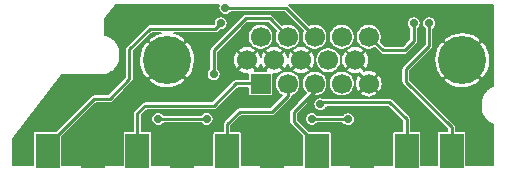
<source format=gbr>
G04 #@! TF.GenerationSoftware,KiCad,Pcbnew,(5.1.10-1-10_14)*
G04 #@! TF.CreationDate,2021-11-15T16:46:54-05:00*
G04 #@! TF.ProjectId,VGA2SCART,56474132-5343-4415-9254-2e6b69636164,1*
G04 #@! TF.SameCoordinates,Original*
G04 #@! TF.FileFunction,Copper,L1,Top*
G04 #@! TF.FilePolarity,Positive*
%FSLAX46Y46*%
G04 Gerber Fmt 4.6, Leading zero omitted, Abs format (unit mm)*
G04 Created by KiCad (PCBNEW (5.1.10-1-10_14)) date 2021-11-15 16:46:54*
%MOMM*%
%LPD*%
G01*
G04 APERTURE LIST*
G04 #@! TA.AperFunction,ComponentPad*
%ADD10C,1.700000*%
G04 #@! TD*
G04 #@! TA.AperFunction,ComponentPad*
%ADD11C,4.066000*%
G04 #@! TD*
G04 #@! TA.AperFunction,ComponentPad*
%ADD12R,1.700000X1.700000*%
G04 #@! TD*
G04 #@! TA.AperFunction,SMDPad,CuDef*
%ADD13R,2.000000X3.000000*%
G04 #@! TD*
G04 #@! TA.AperFunction,ViaPad*
%ADD14C,0.700000*%
G04 #@! TD*
G04 #@! TA.AperFunction,Conductor*
%ADD15C,0.250000*%
G04 #@! TD*
G04 #@! TA.AperFunction,Conductor*
%ADD16C,0.160000*%
G04 #@! TD*
G04 #@! TA.AperFunction,Conductor*
%ADD17C,0.152400*%
G04 #@! TD*
G04 APERTURE END LIST*
D10*
X150745000Y-93350000D03*
X148455000Y-93350000D03*
X146165000Y-93350000D03*
X143875000Y-93350000D03*
X141585000Y-93350000D03*
X149600000Y-95330000D03*
X147310000Y-95330000D03*
X145020000Y-95330000D03*
X142730000Y-95330000D03*
X140440000Y-95330000D03*
X150745000Y-97310000D03*
X148455000Y-97310000D03*
X146165000Y-97310000D03*
X143875000Y-97310000D03*
D11*
X158660000Y-95330000D03*
X133670000Y-95330000D03*
D12*
X141585000Y-97310000D03*
D13*
X157761146Y-103033895D03*
X153961146Y-103033895D03*
X150161146Y-103033895D03*
X146361146Y-103033895D03*
X142561146Y-103033895D03*
X138761146Y-103033895D03*
X134961146Y-103033895D03*
X131161146Y-103033895D03*
X127361146Y-103033895D03*
X123561146Y-103033895D03*
D14*
X138210000Y-92220000D03*
X138610000Y-90900030D03*
X137610000Y-96520000D03*
X146640000Y-99060000D03*
X155860000Y-92210000D03*
X154560000Y-92210000D03*
X152570000Y-100500000D03*
X148980000Y-100330000D03*
X137020000Y-100310000D03*
X145930000Y-100310000D03*
X132919998Y-100310000D03*
D15*
X137770000Y-92660000D02*
X138210000Y-92220000D01*
X132210000Y-92660000D02*
X137770000Y-92660000D01*
X123560000Y-102540000D02*
X127500000Y-98600000D01*
X130490000Y-94380000D02*
X132210000Y-92660000D01*
X130490000Y-96920000D02*
X130490000Y-94380000D01*
X128810000Y-98600000D02*
X130490000Y-96920000D01*
X127500000Y-98600000D02*
X128810000Y-98600000D01*
X146165000Y-93350000D02*
X143715030Y-90900030D01*
X143715030Y-90900030D02*
X138610000Y-90900030D01*
X137610000Y-94510000D02*
X137610000Y-96520000D01*
X140320000Y-91800000D02*
X137610000Y-94510000D01*
X142370000Y-91800000D02*
X140320000Y-91800000D01*
X143900000Y-93330000D02*
X142370000Y-91800000D01*
X143905000Y-93330000D02*
X143900000Y-93330000D01*
X152500000Y-98890000D02*
X146810000Y-98890000D01*
X153960000Y-100350000D02*
X152500000Y-98890000D01*
X146810000Y-98890000D02*
X146640000Y-99060000D01*
X153960000Y-103030000D02*
X153960000Y-100350000D01*
X157760000Y-101020000D02*
X157760000Y-103030000D01*
X153880000Y-96100000D02*
X153880000Y-97140000D01*
X153880000Y-97140000D02*
X157760000Y-101020000D01*
X155860000Y-94120000D02*
X153880000Y-96100000D01*
X155860000Y-92210000D02*
X155860000Y-94120000D01*
X154560000Y-93720000D02*
X154560000Y-92210000D01*
X153780000Y-94500000D02*
X154560000Y-93720000D01*
X151945000Y-94500000D02*
X153780000Y-94500000D01*
X150775000Y-93330000D02*
X151945000Y-94500000D01*
X131170000Y-103020000D02*
X131160000Y-103030000D01*
X131170000Y-99810000D02*
X131170000Y-103020000D01*
X139540000Y-97290000D02*
X137650000Y-99180000D01*
X131800000Y-99180000D02*
X131170000Y-99810000D01*
X137650000Y-99180000D02*
X131800000Y-99180000D01*
X141615000Y-97290000D02*
X139540000Y-97290000D01*
X138760000Y-100740000D02*
X138760000Y-103030000D01*
X142540000Y-99690000D02*
X139810000Y-99690000D01*
X139810000Y-99690000D02*
X138760000Y-100740000D01*
X143905000Y-98325000D02*
X142540000Y-99690000D01*
X143905000Y-97290000D02*
X143905000Y-98325000D01*
X144390000Y-100540000D02*
X146360000Y-102510000D01*
X146360000Y-102510000D02*
X146360000Y-103030000D01*
X144390000Y-99720000D02*
X144390000Y-100540000D01*
X146195000Y-97915000D02*
X144390000Y-99720000D01*
X146195000Y-97290000D02*
X146195000Y-97915000D01*
X148960000Y-100310000D02*
X148980000Y-100330000D01*
X145930000Y-100310000D02*
X148960000Y-100310000D01*
X137020000Y-100310000D02*
X132919998Y-100310000D01*
D16*
X138042673Y-90727933D02*
X138020000Y-90841920D01*
X138020000Y-90958140D01*
X138042673Y-91072127D01*
X138087149Y-91179500D01*
X138151717Y-91276133D01*
X138233897Y-91358313D01*
X138330530Y-91422881D01*
X138437903Y-91467357D01*
X138551890Y-91490030D01*
X138668110Y-91490030D01*
X138782097Y-91467357D01*
X138889470Y-91422881D01*
X138986103Y-91358313D01*
X139068283Y-91276133D01*
X139075702Y-91265030D01*
X143563843Y-91265030D01*
X145179562Y-92880750D01*
X145116888Y-93032059D01*
X145075000Y-93242644D01*
X145075000Y-93457356D01*
X145116888Y-93667941D01*
X145199055Y-93866309D01*
X145318342Y-94044834D01*
X145470166Y-94196658D01*
X145648691Y-94315945D01*
X145847059Y-94398112D01*
X146057644Y-94440000D01*
X146272356Y-94440000D01*
X146482941Y-94398112D01*
X146681309Y-94315945D01*
X146859834Y-94196658D01*
X147011658Y-94044834D01*
X147130945Y-93866309D01*
X147213112Y-93667941D01*
X147255000Y-93457356D01*
X147255000Y-93242644D01*
X147365000Y-93242644D01*
X147365000Y-93457356D01*
X147406888Y-93667941D01*
X147489055Y-93866309D01*
X147608342Y-94044834D01*
X147760166Y-94196658D01*
X147938691Y-94315945D01*
X148137059Y-94398112D01*
X148347644Y-94440000D01*
X148562356Y-94440000D01*
X148772941Y-94398112D01*
X148971309Y-94315945D01*
X149149834Y-94196658D01*
X149301658Y-94044834D01*
X149420945Y-93866309D01*
X149503112Y-93667941D01*
X149545000Y-93457356D01*
X149545000Y-93242644D01*
X149655000Y-93242644D01*
X149655000Y-93457356D01*
X149696888Y-93667941D01*
X149779055Y-93866309D01*
X149898342Y-94044834D01*
X150050166Y-94196658D01*
X150228691Y-94315945D01*
X150427059Y-94398112D01*
X150637644Y-94440000D01*
X150852356Y-94440000D01*
X151062941Y-94398112D01*
X151249605Y-94320793D01*
X151674225Y-94745413D01*
X151685657Y-94759343D01*
X151741236Y-94804955D01*
X151804645Y-94838848D01*
X151873448Y-94859719D01*
X151927069Y-94865000D01*
X151927071Y-94865000D01*
X151945000Y-94866766D01*
X151962929Y-94865000D01*
X153762071Y-94865000D01*
X153780000Y-94866766D01*
X153797929Y-94865000D01*
X153797931Y-94865000D01*
X153851552Y-94859719D01*
X153920355Y-94838848D01*
X153983764Y-94804955D01*
X154039343Y-94759343D01*
X154050779Y-94745408D01*
X154805418Y-93990770D01*
X154819342Y-93979343D01*
X154844138Y-93949130D01*
X154855399Y-93935408D01*
X154864955Y-93923764D01*
X154898848Y-93860355D01*
X154919719Y-93791552D01*
X154925000Y-93737931D01*
X154925000Y-93737929D01*
X154926766Y-93720000D01*
X154925000Y-93702071D01*
X154925000Y-92675702D01*
X154936103Y-92668283D01*
X155018283Y-92586103D01*
X155082851Y-92489470D01*
X155127327Y-92382097D01*
X155150000Y-92268110D01*
X155150000Y-92151890D01*
X155127327Y-92037903D01*
X155082851Y-91930530D01*
X155018283Y-91833897D01*
X154936103Y-91751717D01*
X154839470Y-91687149D01*
X154732097Y-91642673D01*
X154618110Y-91620000D01*
X154501890Y-91620000D01*
X154387903Y-91642673D01*
X154280530Y-91687149D01*
X154183897Y-91751717D01*
X154101717Y-91833897D01*
X154037149Y-91930530D01*
X153992673Y-92037903D01*
X153970000Y-92151890D01*
X153970000Y-92268110D01*
X153992673Y-92382097D01*
X154037149Y-92489470D01*
X154101717Y-92586103D01*
X154183897Y-92668283D01*
X154195001Y-92675702D01*
X154195000Y-93568812D01*
X153628813Y-94135000D01*
X152096188Y-94135000D01*
X151745082Y-93783895D01*
X151793112Y-93667941D01*
X151835000Y-93457356D01*
X151835000Y-93242644D01*
X151793112Y-93032059D01*
X151710945Y-92833691D01*
X151591658Y-92655166D01*
X151439834Y-92503342D01*
X151261309Y-92384055D01*
X151062941Y-92301888D01*
X150852356Y-92260000D01*
X150637644Y-92260000D01*
X150427059Y-92301888D01*
X150228691Y-92384055D01*
X150050166Y-92503342D01*
X149898342Y-92655166D01*
X149779055Y-92833691D01*
X149696888Y-93032059D01*
X149655000Y-93242644D01*
X149545000Y-93242644D01*
X149503112Y-93032059D01*
X149420945Y-92833691D01*
X149301658Y-92655166D01*
X149149834Y-92503342D01*
X148971309Y-92384055D01*
X148772941Y-92301888D01*
X148562356Y-92260000D01*
X148347644Y-92260000D01*
X148137059Y-92301888D01*
X147938691Y-92384055D01*
X147760166Y-92503342D01*
X147608342Y-92655166D01*
X147489055Y-92833691D01*
X147406888Y-93032059D01*
X147365000Y-93242644D01*
X147255000Y-93242644D01*
X147213112Y-93032059D01*
X147130945Y-92833691D01*
X147011658Y-92655166D01*
X146859834Y-92503342D01*
X146681309Y-92384055D01*
X146482941Y-92301888D01*
X146272356Y-92260000D01*
X146057644Y-92260000D01*
X145847059Y-92301888D01*
X145695750Y-92364562D01*
X143985809Y-90654622D01*
X143974373Y-90640687D01*
X143961351Y-90630000D01*
X161286909Y-90630000D01*
X161291612Y-97512636D01*
X161224609Y-97533377D01*
X161200408Y-97543550D01*
X161176006Y-97553409D01*
X161172441Y-97555305D01*
X161172433Y-97555309D01*
X161172426Y-97555314D01*
X160950895Y-97675095D01*
X160929104Y-97689793D01*
X160907112Y-97704184D01*
X160903977Y-97706742D01*
X160903973Y-97706745D01*
X160903969Y-97706749D01*
X160709924Y-97867276D01*
X160691417Y-97885913D01*
X160672623Y-97904317D01*
X160670042Y-97907437D01*
X160510868Y-98102604D01*
X160496335Y-98124477D01*
X160481473Y-98146183D01*
X160479547Y-98149745D01*
X160361312Y-98372112D01*
X160351290Y-98396428D01*
X160340941Y-98420572D01*
X160339744Y-98424440D01*
X160266953Y-98665537D01*
X160261847Y-98691326D01*
X160256383Y-98717030D01*
X160255960Y-98721057D01*
X160231384Y-98971701D01*
X160230000Y-98985756D01*
X160230000Y-99324245D01*
X160230359Y-99327887D01*
X160231680Y-99380300D01*
X160233619Y-99395988D01*
X160234195Y-99411791D01*
X160234765Y-99415799D01*
X160270776Y-99657084D01*
X160277166Y-99682546D01*
X160283215Y-99708158D01*
X160284553Y-99711980D01*
X160366744Y-99941675D01*
X160377970Y-99965437D01*
X160388867Y-99989360D01*
X160390921Y-99992849D01*
X160516161Y-100202205D01*
X160531797Y-100223345D01*
X160547125Y-100244685D01*
X160549818Y-100247709D01*
X160713337Y-100428752D01*
X160732757Y-100446430D01*
X160751962Y-100464409D01*
X160755191Y-100466851D01*
X160950761Y-100612685D01*
X160973278Y-100626274D01*
X160995576Y-100640160D01*
X160999218Y-100641930D01*
X161219390Y-100747001D01*
X161244101Y-100755952D01*
X161268689Y-100765248D01*
X161272602Y-100766275D01*
X161272605Y-100766276D01*
X161272608Y-100766276D01*
X161290639Y-100770876D01*
X161290050Y-104240000D01*
X159002307Y-104240000D01*
X159002307Y-101533895D01*
X158997673Y-101486847D01*
X158983950Y-101441607D01*
X158961664Y-101399913D01*
X158931673Y-101363368D01*
X158895128Y-101333377D01*
X158853434Y-101311091D01*
X158808194Y-101297368D01*
X158761146Y-101292734D01*
X158125000Y-101292734D01*
X158125000Y-101037929D01*
X158126766Y-101020000D01*
X158124731Y-100999342D01*
X158119719Y-100948448D01*
X158098848Y-100879645D01*
X158064955Y-100816236D01*
X158051091Y-100799343D01*
X158030773Y-100774585D01*
X158030770Y-100774582D01*
X158019342Y-100760657D01*
X158005418Y-100749230D01*
X154245000Y-96988813D01*
X154245000Y-96982149D01*
X157071490Y-96982149D01*
X157300999Y-97277063D01*
X157706966Y-97504779D01*
X158149556Y-97648919D01*
X158611763Y-97703944D01*
X159075823Y-97667740D01*
X159523903Y-97541698D01*
X159938785Y-97330662D01*
X160019001Y-97277063D01*
X160248510Y-96982149D01*
X158660000Y-95393640D01*
X157071490Y-96982149D01*
X154245000Y-96982149D01*
X154245000Y-96251187D01*
X155214424Y-95281763D01*
X156286056Y-95281763D01*
X156322260Y-95745823D01*
X156448302Y-96193903D01*
X156659338Y-96608785D01*
X156712937Y-96689001D01*
X157007851Y-96918510D01*
X158596360Y-95330000D01*
X158723640Y-95330000D01*
X160312149Y-96918510D01*
X160607063Y-96689001D01*
X160834779Y-96283034D01*
X160978919Y-95840444D01*
X161033944Y-95378237D01*
X160997740Y-94914177D01*
X160871698Y-94466097D01*
X160660662Y-94051215D01*
X160607063Y-93970999D01*
X160312149Y-93741490D01*
X158723640Y-95330000D01*
X158596360Y-95330000D01*
X157007851Y-93741490D01*
X156712937Y-93970999D01*
X156485221Y-94376966D01*
X156341081Y-94819556D01*
X156286056Y-95281763D01*
X155214424Y-95281763D01*
X156105413Y-94390775D01*
X156119343Y-94379343D01*
X156164955Y-94323764D01*
X156198848Y-94260355D01*
X156219719Y-94191552D01*
X156225000Y-94137931D01*
X156225000Y-94137929D01*
X156226766Y-94120000D01*
X156225000Y-94102071D01*
X156225000Y-93677851D01*
X157071490Y-93677851D01*
X158660000Y-95266360D01*
X160248510Y-93677851D01*
X160019001Y-93382937D01*
X159613034Y-93155221D01*
X159170444Y-93011081D01*
X158708237Y-92956056D01*
X158244177Y-92992260D01*
X157796097Y-93118302D01*
X157381215Y-93329338D01*
X157300999Y-93382937D01*
X157071490Y-93677851D01*
X156225000Y-93677851D01*
X156225000Y-92675702D01*
X156236103Y-92668283D01*
X156318283Y-92586103D01*
X156382851Y-92489470D01*
X156427327Y-92382097D01*
X156450000Y-92268110D01*
X156450000Y-92151890D01*
X156427327Y-92037903D01*
X156382851Y-91930530D01*
X156318283Y-91833897D01*
X156236103Y-91751717D01*
X156139470Y-91687149D01*
X156032097Y-91642673D01*
X155918110Y-91620000D01*
X155801890Y-91620000D01*
X155687903Y-91642673D01*
X155580530Y-91687149D01*
X155483897Y-91751717D01*
X155401717Y-91833897D01*
X155337149Y-91930530D01*
X155292673Y-92037903D01*
X155270000Y-92151890D01*
X155270000Y-92268110D01*
X155292673Y-92382097D01*
X155337149Y-92489470D01*
X155401717Y-92586103D01*
X155483897Y-92668283D01*
X155495000Y-92675702D01*
X155495001Y-93968811D01*
X153634588Y-95829225D01*
X153620657Y-95840658D01*
X153575045Y-95896237D01*
X153541152Y-95959646D01*
X153520281Y-96028449D01*
X153515104Y-96081014D01*
X153513234Y-96100000D01*
X153515000Y-96117929D01*
X153515001Y-97122062D01*
X153513234Y-97140000D01*
X153519405Y-97202644D01*
X153520282Y-97211552D01*
X153541153Y-97280355D01*
X153575046Y-97343764D01*
X153620658Y-97399343D01*
X153634588Y-97410775D01*
X157395000Y-101171188D01*
X157395000Y-101292734D01*
X156761146Y-101292734D01*
X156714098Y-101297368D01*
X156668858Y-101311091D01*
X156627164Y-101333377D01*
X156590619Y-101363368D01*
X156560628Y-101399913D01*
X156538342Y-101441607D01*
X156524619Y-101486847D01*
X156519985Y-101533895D01*
X156519985Y-104240000D01*
X155202307Y-104240000D01*
X155202307Y-101533895D01*
X155197673Y-101486847D01*
X155183950Y-101441607D01*
X155161664Y-101399913D01*
X155131673Y-101363368D01*
X155095128Y-101333377D01*
X155053434Y-101311091D01*
X155008194Y-101297368D01*
X154961146Y-101292734D01*
X154325000Y-101292734D01*
X154325000Y-100367929D01*
X154326766Y-100350000D01*
X154324624Y-100328253D01*
X154319719Y-100278448D01*
X154298848Y-100209645D01*
X154264955Y-100146236D01*
X154219343Y-100090657D01*
X154205413Y-100079225D01*
X152770779Y-98644592D01*
X152759343Y-98630657D01*
X152703764Y-98585045D01*
X152640355Y-98551152D01*
X152571552Y-98530281D01*
X152517931Y-98525000D01*
X152517929Y-98525000D01*
X152500000Y-98523234D01*
X152482071Y-98525000D01*
X146890140Y-98525000D01*
X146812097Y-98492673D01*
X146698110Y-98470000D01*
X146581890Y-98470000D01*
X146467903Y-98492673D01*
X146360530Y-98537149D01*
X146263897Y-98601717D01*
X146181717Y-98683897D01*
X146117149Y-98780530D01*
X146072673Y-98887903D01*
X146050000Y-99001890D01*
X146050000Y-99118110D01*
X146072673Y-99232097D01*
X146117149Y-99339470D01*
X146181717Y-99436103D01*
X146263897Y-99518283D01*
X146360530Y-99582851D01*
X146467903Y-99627327D01*
X146581890Y-99650000D01*
X146698110Y-99650000D01*
X146812097Y-99627327D01*
X146919470Y-99582851D01*
X147016103Y-99518283D01*
X147098283Y-99436103D01*
X147162851Y-99339470D01*
X147197840Y-99255000D01*
X152348813Y-99255000D01*
X153595001Y-100501189D01*
X153595001Y-101292734D01*
X152961146Y-101292734D01*
X152914098Y-101297368D01*
X152868858Y-101311091D01*
X152827164Y-101333377D01*
X152790619Y-101363368D01*
X152760628Y-101399913D01*
X152738342Y-101441607D01*
X152724619Y-101486847D01*
X152719985Y-101533895D01*
X152719985Y-104240000D01*
X147602307Y-104240000D01*
X147602307Y-101533895D01*
X147597673Y-101486847D01*
X147583950Y-101441607D01*
X147561664Y-101399913D01*
X147531673Y-101363368D01*
X147495128Y-101333377D01*
X147453434Y-101311091D01*
X147408194Y-101297368D01*
X147361146Y-101292734D01*
X145658922Y-101292734D01*
X144755000Y-100388813D01*
X144755000Y-100251890D01*
X145340000Y-100251890D01*
X145340000Y-100368110D01*
X145362673Y-100482097D01*
X145407149Y-100589470D01*
X145471717Y-100686103D01*
X145553897Y-100768283D01*
X145650530Y-100832851D01*
X145757903Y-100877327D01*
X145871890Y-100900000D01*
X145988110Y-100900000D01*
X146102097Y-100877327D01*
X146209470Y-100832851D01*
X146306103Y-100768283D01*
X146388283Y-100686103D01*
X146395702Y-100675000D01*
X148500935Y-100675000D01*
X148521717Y-100706103D01*
X148603897Y-100788283D01*
X148700530Y-100852851D01*
X148807903Y-100897327D01*
X148921890Y-100920000D01*
X149038110Y-100920000D01*
X149152097Y-100897327D01*
X149259470Y-100852851D01*
X149356103Y-100788283D01*
X149438283Y-100706103D01*
X149502851Y-100609470D01*
X149547327Y-100502097D01*
X149570000Y-100388110D01*
X149570000Y-100271890D01*
X149547327Y-100157903D01*
X149502851Y-100050530D01*
X149438283Y-99953897D01*
X149356103Y-99871717D01*
X149259470Y-99807149D01*
X149152097Y-99762673D01*
X149038110Y-99740000D01*
X148921890Y-99740000D01*
X148807903Y-99762673D01*
X148700530Y-99807149D01*
X148603897Y-99871717D01*
X148530614Y-99945000D01*
X146395702Y-99945000D01*
X146388283Y-99933897D01*
X146306103Y-99851717D01*
X146209470Y-99787149D01*
X146102097Y-99742673D01*
X145988110Y-99720000D01*
X145871890Y-99720000D01*
X145757903Y-99742673D01*
X145650530Y-99787149D01*
X145553897Y-99851717D01*
X145471717Y-99933897D01*
X145407149Y-100030530D01*
X145362673Y-100137903D01*
X145340000Y-100251890D01*
X144755000Y-100251890D01*
X144755000Y-99871187D01*
X146226188Y-98400000D01*
X146272356Y-98400000D01*
X146482941Y-98358112D01*
X146681309Y-98275945D01*
X146859834Y-98156658D01*
X147011658Y-98004834D01*
X147130945Y-97826309D01*
X147213112Y-97627941D01*
X147255000Y-97417356D01*
X147255000Y-97202644D01*
X147365000Y-97202644D01*
X147365000Y-97417356D01*
X147406888Y-97627941D01*
X147489055Y-97826309D01*
X147608342Y-98004834D01*
X147760166Y-98156658D01*
X147938691Y-98275945D01*
X148137059Y-98358112D01*
X148347644Y-98400000D01*
X148562356Y-98400000D01*
X148772941Y-98358112D01*
X148971309Y-98275945D01*
X149149834Y-98156658D01*
X149185234Y-98121258D01*
X149997382Y-98121258D01*
X150084965Y-98295019D01*
X150289814Y-98404859D01*
X150512157Y-98472624D01*
X150743447Y-98495709D01*
X150974797Y-98473229D01*
X151197316Y-98406047D01*
X151402453Y-98296744D01*
X151405035Y-98295019D01*
X151492618Y-98121258D01*
X150745000Y-97373640D01*
X149997382Y-98121258D01*
X149185234Y-98121258D01*
X149301658Y-98004834D01*
X149420945Y-97826309D01*
X149503112Y-97627941D01*
X149545000Y-97417356D01*
X149545000Y-97308447D01*
X149559291Y-97308447D01*
X149581771Y-97539797D01*
X149648953Y-97762316D01*
X149758256Y-97967453D01*
X149759981Y-97970035D01*
X149933742Y-98057618D01*
X150681360Y-97310000D01*
X150808640Y-97310000D01*
X151556258Y-98057618D01*
X151730019Y-97970035D01*
X151839859Y-97765186D01*
X151907624Y-97542843D01*
X151930709Y-97311553D01*
X151908229Y-97080203D01*
X151841047Y-96857684D01*
X151731744Y-96652547D01*
X151730019Y-96649965D01*
X151556258Y-96562382D01*
X150808640Y-97310000D01*
X150681360Y-97310000D01*
X149933742Y-96562382D01*
X149759981Y-96649965D01*
X149650141Y-96854814D01*
X149582376Y-97077157D01*
X149559291Y-97308447D01*
X149545000Y-97308447D01*
X149545000Y-97202644D01*
X149503112Y-96992059D01*
X149420945Y-96793691D01*
X149301658Y-96615166D01*
X149149834Y-96463342D01*
X148971309Y-96344055D01*
X148772941Y-96261888D01*
X148562356Y-96220000D01*
X148347644Y-96220000D01*
X148137059Y-96261888D01*
X147938691Y-96344055D01*
X147760166Y-96463342D01*
X147608342Y-96615166D01*
X147489055Y-96793691D01*
X147406888Y-96992059D01*
X147365000Y-97202644D01*
X147255000Y-97202644D01*
X147213112Y-96992059D01*
X147130945Y-96793691D01*
X147011658Y-96615166D01*
X146859834Y-96463342D01*
X146681309Y-96344055D01*
X146482941Y-96261888D01*
X146272356Y-96220000D01*
X146057644Y-96220000D01*
X145847059Y-96261888D01*
X145648691Y-96344055D01*
X145470166Y-96463342D01*
X145318342Y-96615166D01*
X145199055Y-96793691D01*
X145116888Y-96992059D01*
X145075000Y-97202644D01*
X145075000Y-97417356D01*
X145116888Y-97627941D01*
X145199055Y-97826309D01*
X145318342Y-98004834D01*
X145453660Y-98140152D01*
X144144588Y-99449225D01*
X144130657Y-99460658D01*
X144085045Y-99516237D01*
X144051152Y-99579646D01*
X144030281Y-99648449D01*
X144026189Y-99690000D01*
X144023234Y-99720000D01*
X144025000Y-99737929D01*
X144025001Y-100522062D01*
X144023234Y-100540000D01*
X144028107Y-100589470D01*
X144030282Y-100611552D01*
X144051153Y-100680355D01*
X144085046Y-100743764D01*
X144130658Y-100799343D01*
X144144588Y-100810775D01*
X145119985Y-101786173D01*
X145119985Y-104240000D01*
X140002307Y-104240000D01*
X140002307Y-101533895D01*
X139997673Y-101486847D01*
X139983950Y-101441607D01*
X139961664Y-101399913D01*
X139931673Y-101363368D01*
X139895128Y-101333377D01*
X139853434Y-101311091D01*
X139808194Y-101297368D01*
X139761146Y-101292734D01*
X139125000Y-101292734D01*
X139125000Y-100891187D01*
X139961188Y-100055000D01*
X142522071Y-100055000D01*
X142540000Y-100056766D01*
X142557929Y-100055000D01*
X142557931Y-100055000D01*
X142611552Y-100049719D01*
X142680355Y-100028848D01*
X142743764Y-99994955D01*
X142799343Y-99949343D01*
X142810779Y-99935408D01*
X144150413Y-98595775D01*
X144164343Y-98584343D01*
X144209955Y-98528764D01*
X144229415Y-98492357D01*
X144243848Y-98465356D01*
X144256259Y-98424440D01*
X144264719Y-98396552D01*
X144270000Y-98342931D01*
X144270000Y-98342929D01*
X144271719Y-98325481D01*
X144391309Y-98275945D01*
X144569834Y-98156658D01*
X144721658Y-98004834D01*
X144840945Y-97826309D01*
X144923112Y-97627941D01*
X144965000Y-97417356D01*
X144965000Y-97202644D01*
X144923112Y-96992059D01*
X144840945Y-96793691D01*
X144721658Y-96615166D01*
X144569834Y-96463342D01*
X144391309Y-96344055D01*
X144192941Y-96261888D01*
X143982356Y-96220000D01*
X143767644Y-96220000D01*
X143557059Y-96261888D01*
X143358691Y-96344055D01*
X143180166Y-96463342D01*
X143028342Y-96615166D01*
X142909055Y-96793691D01*
X142826888Y-96992059D01*
X142785000Y-97202644D01*
X142785000Y-97417356D01*
X142826888Y-97627941D01*
X142909055Y-97826309D01*
X143028342Y-98004834D01*
X143180166Y-98156658D01*
X143358691Y-98275945D01*
X143414677Y-98299135D01*
X142388813Y-99325000D01*
X139827928Y-99325000D01*
X139809999Y-99323234D01*
X139792070Y-99325000D01*
X139792069Y-99325000D01*
X139738448Y-99330281D01*
X139669645Y-99351152D01*
X139615113Y-99380300D01*
X139606234Y-99385046D01*
X139589418Y-99398847D01*
X139550657Y-99430657D01*
X139539226Y-99444586D01*
X138514588Y-100469225D01*
X138500657Y-100480658D01*
X138455045Y-100536237D01*
X138421152Y-100599646D01*
X138400281Y-100668449D01*
X138395149Y-100720557D01*
X138393234Y-100740000D01*
X138395000Y-100757929D01*
X138395000Y-101292734D01*
X137761146Y-101292734D01*
X137714098Y-101297368D01*
X137668858Y-101311091D01*
X137627164Y-101333377D01*
X137590619Y-101363368D01*
X137560628Y-101399913D01*
X137538342Y-101441607D01*
X137524619Y-101486847D01*
X137519985Y-101533895D01*
X137519985Y-104240000D01*
X132402307Y-104240000D01*
X132402307Y-101533895D01*
X132397673Y-101486847D01*
X132383950Y-101441607D01*
X132361664Y-101399913D01*
X132331673Y-101363368D01*
X132295128Y-101333377D01*
X132253434Y-101311091D01*
X132208194Y-101297368D01*
X132161146Y-101292734D01*
X131535000Y-101292734D01*
X131535000Y-100251890D01*
X132329998Y-100251890D01*
X132329998Y-100368110D01*
X132352671Y-100482097D01*
X132397147Y-100589470D01*
X132461715Y-100686103D01*
X132543895Y-100768283D01*
X132640528Y-100832851D01*
X132747901Y-100877327D01*
X132861888Y-100900000D01*
X132978108Y-100900000D01*
X133092095Y-100877327D01*
X133199468Y-100832851D01*
X133296101Y-100768283D01*
X133378281Y-100686103D01*
X133385700Y-100675000D01*
X136554298Y-100675000D01*
X136561717Y-100686103D01*
X136643897Y-100768283D01*
X136740530Y-100832851D01*
X136847903Y-100877327D01*
X136961890Y-100900000D01*
X137078110Y-100900000D01*
X137192097Y-100877327D01*
X137299470Y-100832851D01*
X137396103Y-100768283D01*
X137478283Y-100686103D01*
X137542851Y-100589470D01*
X137587327Y-100482097D01*
X137610000Y-100368110D01*
X137610000Y-100251890D01*
X137587327Y-100137903D01*
X137542851Y-100030530D01*
X137478283Y-99933897D01*
X137396103Y-99851717D01*
X137299470Y-99787149D01*
X137192097Y-99742673D01*
X137078110Y-99720000D01*
X136961890Y-99720000D01*
X136847903Y-99742673D01*
X136740530Y-99787149D01*
X136643897Y-99851717D01*
X136561717Y-99933897D01*
X136554298Y-99945000D01*
X133385700Y-99945000D01*
X133378281Y-99933897D01*
X133296101Y-99851717D01*
X133199468Y-99787149D01*
X133092095Y-99742673D01*
X132978108Y-99720000D01*
X132861888Y-99720000D01*
X132747901Y-99742673D01*
X132640528Y-99787149D01*
X132543895Y-99851717D01*
X132461715Y-99933897D01*
X132397147Y-100030530D01*
X132352671Y-100137903D01*
X132329998Y-100251890D01*
X131535000Y-100251890D01*
X131535000Y-99961187D01*
X131951188Y-99545000D01*
X137632071Y-99545000D01*
X137650000Y-99546766D01*
X137667929Y-99545000D01*
X137667931Y-99545000D01*
X137721552Y-99539719D01*
X137790355Y-99518848D01*
X137853764Y-99484955D01*
X137909343Y-99439343D01*
X137920779Y-99425408D01*
X139691188Y-97655000D01*
X140493839Y-97655000D01*
X140493839Y-98160000D01*
X140498473Y-98207048D01*
X140512196Y-98252288D01*
X140534482Y-98293982D01*
X140564473Y-98330527D01*
X140601018Y-98360518D01*
X140642712Y-98382804D01*
X140687952Y-98396527D01*
X140735000Y-98401161D01*
X142435000Y-98401161D01*
X142482048Y-98396527D01*
X142527288Y-98382804D01*
X142568982Y-98360518D01*
X142605527Y-98330527D01*
X142635518Y-98293982D01*
X142657804Y-98252288D01*
X142671527Y-98207048D01*
X142676161Y-98160000D01*
X142676161Y-96510490D01*
X142728447Y-96515709D01*
X142959797Y-96493229D01*
X143182316Y-96426047D01*
X143387453Y-96316744D01*
X143390035Y-96315019D01*
X143477618Y-96141258D01*
X144272382Y-96141258D01*
X144359965Y-96315019D01*
X144564814Y-96424859D01*
X144787157Y-96492624D01*
X145018447Y-96515709D01*
X145249797Y-96493229D01*
X145472316Y-96426047D01*
X145677453Y-96316744D01*
X145680035Y-96315019D01*
X145767618Y-96141258D01*
X145020000Y-95393640D01*
X144272382Y-96141258D01*
X143477618Y-96141258D01*
X142730000Y-95393640D01*
X141982382Y-96141258D01*
X142021486Y-96218839D01*
X141148514Y-96218839D01*
X141187618Y-96141258D01*
X140440000Y-95393640D01*
X139692382Y-96141258D01*
X139779965Y-96315019D01*
X139984814Y-96424859D01*
X140207157Y-96492624D01*
X140438447Y-96515709D01*
X140493839Y-96510327D01*
X140493839Y-96925000D01*
X139557929Y-96925000D01*
X139540000Y-96923234D01*
X139522071Y-96925000D01*
X139522069Y-96925000D01*
X139468448Y-96930281D01*
X139399645Y-96951152D01*
X139336236Y-96985045D01*
X139280657Y-97030657D01*
X139269225Y-97044587D01*
X137498813Y-98815000D01*
X131817929Y-98815000D01*
X131800000Y-98813234D01*
X131782071Y-98815000D01*
X131782069Y-98815000D01*
X131728448Y-98820281D01*
X131685942Y-98833175D01*
X131659644Y-98841152D01*
X131631425Y-98856236D01*
X131596236Y-98875045D01*
X131540657Y-98920657D01*
X131529226Y-98934586D01*
X130924588Y-99539225D01*
X130910657Y-99550658D01*
X130865045Y-99606237D01*
X130831152Y-99669646D01*
X130810281Y-99738449D01*
X130805051Y-99791552D01*
X130803234Y-99810000D01*
X130805000Y-99827929D01*
X130805000Y-101292734D01*
X130161146Y-101292734D01*
X130114098Y-101297368D01*
X130068858Y-101311091D01*
X130027164Y-101333377D01*
X129990619Y-101363368D01*
X129960628Y-101399913D01*
X129938342Y-101441607D01*
X129924619Y-101486847D01*
X129919985Y-101533895D01*
X129919985Y-104240000D01*
X124802307Y-104240000D01*
X124802307Y-101813880D01*
X127651188Y-98965000D01*
X128792071Y-98965000D01*
X128810000Y-98966766D01*
X128827929Y-98965000D01*
X128827931Y-98965000D01*
X128881552Y-98959719D01*
X128950355Y-98938848D01*
X129013764Y-98904955D01*
X129069343Y-98859343D01*
X129080779Y-98845408D01*
X130735418Y-97190770D01*
X130749342Y-97179343D01*
X130794955Y-97123764D01*
X130828848Y-97060355D01*
X130849719Y-96991552D01*
X130850645Y-96982149D01*
X132081490Y-96982149D01*
X132310999Y-97277063D01*
X132716966Y-97504779D01*
X133159556Y-97648919D01*
X133621763Y-97703944D01*
X134085823Y-97667740D01*
X134533903Y-97541698D01*
X134948785Y-97330662D01*
X135029001Y-97277063D01*
X135258510Y-96982149D01*
X133670000Y-95393640D01*
X132081490Y-96982149D01*
X130850645Y-96982149D01*
X130855000Y-96937931D01*
X130855000Y-96937929D01*
X130856766Y-96920000D01*
X130855000Y-96902071D01*
X130855000Y-95281763D01*
X131296056Y-95281763D01*
X131332260Y-95745823D01*
X131458302Y-96193903D01*
X131669338Y-96608785D01*
X131722937Y-96689001D01*
X132017851Y-96918510D01*
X133606360Y-95330000D01*
X133733640Y-95330000D01*
X135322149Y-96918510D01*
X135617063Y-96689001D01*
X135744454Y-96461890D01*
X137020000Y-96461890D01*
X137020000Y-96578110D01*
X137042673Y-96692097D01*
X137087149Y-96799470D01*
X137151717Y-96896103D01*
X137233897Y-96978283D01*
X137330530Y-97042851D01*
X137437903Y-97087327D01*
X137551890Y-97110000D01*
X137668110Y-97110000D01*
X137782097Y-97087327D01*
X137889470Y-97042851D01*
X137986103Y-96978283D01*
X138068283Y-96896103D01*
X138132851Y-96799470D01*
X138177327Y-96692097D01*
X138200000Y-96578110D01*
X138200000Y-96461890D01*
X138177327Y-96347903D01*
X138132851Y-96240530D01*
X138068283Y-96143897D01*
X137986103Y-96061717D01*
X137975000Y-96054298D01*
X137975000Y-95328447D01*
X139254291Y-95328447D01*
X139276771Y-95559797D01*
X139343953Y-95782316D01*
X139453256Y-95987453D01*
X139454981Y-95990035D01*
X139628742Y-96077618D01*
X140376360Y-95330000D01*
X140503640Y-95330000D01*
X141251258Y-96077618D01*
X141425019Y-95990035D01*
X141534859Y-95785186D01*
X141585075Y-95620423D01*
X141633953Y-95782316D01*
X141743256Y-95987453D01*
X141744981Y-95990035D01*
X141918742Y-96077618D01*
X142666360Y-95330000D01*
X142793640Y-95330000D01*
X143541258Y-96077618D01*
X143715019Y-95990035D01*
X143824859Y-95785186D01*
X143875075Y-95620423D01*
X143923953Y-95782316D01*
X144033256Y-95987453D01*
X144034981Y-95990035D01*
X144208742Y-96077618D01*
X144956360Y-95330000D01*
X145083640Y-95330000D01*
X145831258Y-96077618D01*
X146005019Y-95990035D01*
X146114859Y-95785186D01*
X146182624Y-95562843D01*
X146205709Y-95331553D01*
X146195127Y-95222644D01*
X146220000Y-95222644D01*
X146220000Y-95437356D01*
X146261888Y-95647941D01*
X146344055Y-95846309D01*
X146463342Y-96024834D01*
X146615166Y-96176658D01*
X146793691Y-96295945D01*
X146992059Y-96378112D01*
X147202644Y-96420000D01*
X147417356Y-96420000D01*
X147627941Y-96378112D01*
X147826309Y-96295945D01*
X148004834Y-96176658D01*
X148040234Y-96141258D01*
X148852382Y-96141258D01*
X148939965Y-96315019D01*
X149144814Y-96424859D01*
X149367157Y-96492624D01*
X149598447Y-96515709D01*
X149829797Y-96493229D01*
X150030740Y-96432561D01*
X149997382Y-96498742D01*
X150745000Y-97246360D01*
X151492618Y-96498742D01*
X151405035Y-96324981D01*
X151200186Y-96215141D01*
X150977843Y-96147376D01*
X150746553Y-96124291D01*
X150515203Y-96146771D01*
X150314260Y-96207439D01*
X150347618Y-96141258D01*
X149600000Y-95393640D01*
X148852382Y-96141258D01*
X148040234Y-96141258D01*
X148156658Y-96024834D01*
X148275945Y-95846309D01*
X148358112Y-95647941D01*
X148400000Y-95437356D01*
X148400000Y-95328447D01*
X148414291Y-95328447D01*
X148436771Y-95559797D01*
X148503953Y-95782316D01*
X148613256Y-95987453D01*
X148614981Y-95990035D01*
X148788742Y-96077618D01*
X149536360Y-95330000D01*
X149663640Y-95330000D01*
X150411258Y-96077618D01*
X150585019Y-95990035D01*
X150694859Y-95785186D01*
X150762624Y-95562843D01*
X150785709Y-95331553D01*
X150763229Y-95100203D01*
X150696047Y-94877684D01*
X150586744Y-94672547D01*
X150585019Y-94669965D01*
X150411258Y-94582382D01*
X149663640Y-95330000D01*
X149536360Y-95330000D01*
X148788742Y-94582382D01*
X148614981Y-94669965D01*
X148505141Y-94874814D01*
X148437376Y-95097157D01*
X148414291Y-95328447D01*
X148400000Y-95328447D01*
X148400000Y-95222644D01*
X148358112Y-95012059D01*
X148275945Y-94813691D01*
X148156658Y-94635166D01*
X148040234Y-94518742D01*
X148852382Y-94518742D01*
X149600000Y-95266360D01*
X150347618Y-94518742D01*
X150260035Y-94344981D01*
X150055186Y-94235141D01*
X149832843Y-94167376D01*
X149601553Y-94144291D01*
X149370203Y-94166771D01*
X149147684Y-94233953D01*
X148942547Y-94343256D01*
X148939965Y-94344981D01*
X148852382Y-94518742D01*
X148040234Y-94518742D01*
X148004834Y-94483342D01*
X147826309Y-94364055D01*
X147627941Y-94281888D01*
X147417356Y-94240000D01*
X147202644Y-94240000D01*
X146992059Y-94281888D01*
X146793691Y-94364055D01*
X146615166Y-94483342D01*
X146463342Y-94635166D01*
X146344055Y-94813691D01*
X146261888Y-95012059D01*
X146220000Y-95222644D01*
X146195127Y-95222644D01*
X146183229Y-95100203D01*
X146116047Y-94877684D01*
X146006744Y-94672547D01*
X146005019Y-94669965D01*
X145831258Y-94582382D01*
X145083640Y-95330000D01*
X144956360Y-95330000D01*
X144208742Y-94582382D01*
X144034981Y-94669965D01*
X143925141Y-94874814D01*
X143874925Y-95039577D01*
X143826047Y-94877684D01*
X143716744Y-94672547D01*
X143715019Y-94669965D01*
X143541258Y-94582382D01*
X142793640Y-95330000D01*
X142666360Y-95330000D01*
X141918742Y-94582382D01*
X141744981Y-94669965D01*
X141635141Y-94874814D01*
X141584925Y-95039577D01*
X141536047Y-94877684D01*
X141426744Y-94672547D01*
X141425019Y-94669965D01*
X141251258Y-94582382D01*
X140503640Y-95330000D01*
X140376360Y-95330000D01*
X139628742Y-94582382D01*
X139454981Y-94669965D01*
X139345141Y-94874814D01*
X139277376Y-95097157D01*
X139254291Y-95328447D01*
X137975000Y-95328447D01*
X137975000Y-94661187D01*
X138117445Y-94518742D01*
X139692382Y-94518742D01*
X140440000Y-95266360D01*
X141187618Y-94518742D01*
X141982382Y-94518742D01*
X142730000Y-95266360D01*
X143477618Y-94518742D01*
X144272382Y-94518742D01*
X145020000Y-95266360D01*
X145767618Y-94518742D01*
X145680035Y-94344981D01*
X145475186Y-94235141D01*
X145252843Y-94167376D01*
X145021553Y-94144291D01*
X144790203Y-94166771D01*
X144567684Y-94233953D01*
X144362547Y-94343256D01*
X144359965Y-94344981D01*
X144272382Y-94518742D01*
X143477618Y-94518742D01*
X143390035Y-94344981D01*
X143185186Y-94235141D01*
X142962843Y-94167376D01*
X142731553Y-94144291D01*
X142500203Y-94166771D01*
X142277684Y-94233953D01*
X142072547Y-94343256D01*
X142069965Y-94344981D01*
X141982382Y-94518742D01*
X141187618Y-94518742D01*
X141100035Y-94344981D01*
X140895186Y-94235141D01*
X140672843Y-94167376D01*
X140441553Y-94144291D01*
X140210203Y-94166771D01*
X139987684Y-94233953D01*
X139782547Y-94343256D01*
X139779965Y-94344981D01*
X139692382Y-94518742D01*
X138117445Y-94518742D01*
X139393543Y-93242644D01*
X140495000Y-93242644D01*
X140495000Y-93457356D01*
X140536888Y-93667941D01*
X140619055Y-93866309D01*
X140738342Y-94044834D01*
X140890166Y-94196658D01*
X141068691Y-94315945D01*
X141267059Y-94398112D01*
X141477644Y-94440000D01*
X141692356Y-94440000D01*
X141902941Y-94398112D01*
X142101309Y-94315945D01*
X142279834Y-94196658D01*
X142431658Y-94044834D01*
X142550945Y-93866309D01*
X142633112Y-93667941D01*
X142675000Y-93457356D01*
X142675000Y-93242644D01*
X142633112Y-93032059D01*
X142550945Y-92833691D01*
X142431658Y-92655166D01*
X142279834Y-92503342D01*
X142101309Y-92384055D01*
X141902941Y-92301888D01*
X141692356Y-92260000D01*
X141477644Y-92260000D01*
X141267059Y-92301888D01*
X141068691Y-92384055D01*
X140890166Y-92503342D01*
X140738342Y-92655166D01*
X140619055Y-92833691D01*
X140536888Y-93032059D01*
X140495000Y-93242644D01*
X139393543Y-93242644D01*
X140471188Y-92165000D01*
X142218813Y-92165000D01*
X142902743Y-92848930D01*
X142826888Y-93032059D01*
X142785000Y-93242644D01*
X142785000Y-93457356D01*
X142826888Y-93667941D01*
X142909055Y-93866309D01*
X143028342Y-94044834D01*
X143180166Y-94196658D01*
X143358691Y-94315945D01*
X143557059Y-94398112D01*
X143767644Y-94440000D01*
X143982356Y-94440000D01*
X144192941Y-94398112D01*
X144391309Y-94315945D01*
X144569834Y-94196658D01*
X144721658Y-94044834D01*
X144840945Y-93866309D01*
X144923112Y-93667941D01*
X144965000Y-93457356D01*
X144965000Y-93242644D01*
X144923112Y-93032059D01*
X144840945Y-92833691D01*
X144721658Y-92655166D01*
X144569834Y-92503342D01*
X144391309Y-92384055D01*
X144192941Y-92301888D01*
X143982356Y-92260000D01*
X143767644Y-92260000D01*
X143557059Y-92301888D01*
X143437570Y-92351382D01*
X142640779Y-91554592D01*
X142629343Y-91540657D01*
X142573764Y-91495045D01*
X142510355Y-91461152D01*
X142441552Y-91440281D01*
X142387931Y-91435000D01*
X142387929Y-91435000D01*
X142370000Y-91433234D01*
X142352071Y-91435000D01*
X140337929Y-91435000D01*
X140320000Y-91433234D01*
X140302071Y-91435000D01*
X140302069Y-91435000D01*
X140248448Y-91440281D01*
X140179645Y-91461152D01*
X140116236Y-91495045D01*
X140060657Y-91540657D01*
X140049225Y-91554587D01*
X137364588Y-94239225D01*
X137350657Y-94250658D01*
X137305045Y-94306237D01*
X137271152Y-94369646D01*
X137250281Y-94438449D01*
X137245430Y-94487707D01*
X137243234Y-94510000D01*
X137245000Y-94527929D01*
X137245001Y-96054298D01*
X137233897Y-96061717D01*
X137151717Y-96143897D01*
X137087149Y-96240530D01*
X137042673Y-96347903D01*
X137020000Y-96461890D01*
X135744454Y-96461890D01*
X135844779Y-96283034D01*
X135988919Y-95840444D01*
X136043944Y-95378237D01*
X136007740Y-94914177D01*
X135881698Y-94466097D01*
X135670662Y-94051215D01*
X135617063Y-93970999D01*
X135322149Y-93741490D01*
X133733640Y-95330000D01*
X133606360Y-95330000D01*
X132017851Y-93741490D01*
X131722937Y-93970999D01*
X131495221Y-94376966D01*
X131351081Y-94819556D01*
X131296056Y-95281763D01*
X130855000Y-95281763D01*
X130855000Y-94531187D01*
X132361188Y-93025000D01*
X133137786Y-93025000D01*
X132806097Y-93118302D01*
X132391215Y-93329338D01*
X132310999Y-93382937D01*
X132081490Y-93677851D01*
X133670000Y-95266360D01*
X135258510Y-93677851D01*
X135029001Y-93382937D01*
X134623034Y-93155221D01*
X134223183Y-93025000D01*
X137752071Y-93025000D01*
X137770000Y-93026766D01*
X137787929Y-93025000D01*
X137787931Y-93025000D01*
X137841552Y-93019719D01*
X137910355Y-92998848D01*
X137973764Y-92964955D01*
X138029343Y-92919343D01*
X138040779Y-92905408D01*
X138138792Y-92807395D01*
X138151890Y-92810000D01*
X138268110Y-92810000D01*
X138382097Y-92787327D01*
X138489470Y-92742851D01*
X138586103Y-92678283D01*
X138668283Y-92596103D01*
X138732851Y-92499470D01*
X138777327Y-92392097D01*
X138800000Y-92278110D01*
X138800000Y-92161890D01*
X138777327Y-92047903D01*
X138732851Y-91940530D01*
X138668283Y-91843897D01*
X138586103Y-91761717D01*
X138489470Y-91697149D01*
X138382097Y-91652673D01*
X138268110Y-91630000D01*
X138151890Y-91630000D01*
X138037903Y-91652673D01*
X137930530Y-91697149D01*
X137833897Y-91761717D01*
X137751717Y-91843897D01*
X137687149Y-91940530D01*
X137642673Y-92047903D01*
X137620000Y-92161890D01*
X137620000Y-92278110D01*
X137622605Y-92291208D01*
X137618813Y-92295000D01*
X132227928Y-92295000D01*
X132209999Y-92293234D01*
X132192070Y-92295000D01*
X132192069Y-92295000D01*
X132138448Y-92300281D01*
X132069645Y-92321152D01*
X132014423Y-92350669D01*
X132006234Y-92355046D01*
X131999764Y-92360356D01*
X131950657Y-92400657D01*
X131939226Y-92414586D01*
X130244588Y-94109225D01*
X130230658Y-94120657D01*
X130198493Y-94159851D01*
X130185046Y-94176236D01*
X130151153Y-94239645D01*
X130130282Y-94308448D01*
X130123234Y-94380000D01*
X130125001Y-94397939D01*
X130125000Y-96768812D01*
X128658813Y-98235000D01*
X127517928Y-98235000D01*
X127499999Y-98233234D01*
X127482070Y-98235000D01*
X127482069Y-98235000D01*
X127428448Y-98240281D01*
X127359645Y-98261152D01*
X127359643Y-98261153D01*
X127296234Y-98295046D01*
X127272928Y-98314173D01*
X127240657Y-98340657D01*
X127229226Y-98354586D01*
X124291079Y-101292734D01*
X122561146Y-101292734D01*
X122514098Y-101297368D01*
X122468858Y-101311091D01*
X122427164Y-101333377D01*
X122390619Y-101363368D01*
X122360628Y-101399913D01*
X122338342Y-101441607D01*
X122324619Y-101486847D01*
X122319985Y-101533895D01*
X122319985Y-104240000D01*
X120630000Y-104240000D01*
X120630000Y-102008355D01*
X124783107Y-96590000D01*
X128184245Y-96590000D01*
X128197215Y-96588723D01*
X128205011Y-96588777D01*
X128209041Y-96588381D01*
X128451660Y-96562880D01*
X128477388Y-96557599D01*
X128503226Y-96552670D01*
X128507100Y-96551501D01*
X128507106Y-96551499D01*
X128740149Y-96479360D01*
X128764382Y-96469173D01*
X128788750Y-96459328D01*
X128792325Y-96457427D01*
X129006922Y-96341395D01*
X129028715Y-96326696D01*
X129050706Y-96312305D01*
X129053844Y-96309746D01*
X129241816Y-96154242D01*
X129260322Y-96135606D01*
X129279116Y-96117202D01*
X129281697Y-96114082D01*
X129435886Y-95925028D01*
X129450425Y-95903144D01*
X129465281Y-95881448D01*
X129467207Y-95877886D01*
X129581738Y-95662485D01*
X129591755Y-95638181D01*
X129602109Y-95614025D01*
X129603306Y-95610157D01*
X129673817Y-95376612D01*
X129678918Y-95350848D01*
X129684387Y-95325119D01*
X129684810Y-95321092D01*
X129708616Y-95078299D01*
X129708616Y-95078298D01*
X129710000Y-95064245D01*
X129710000Y-94715755D01*
X129708723Y-94702785D01*
X129708777Y-94694988D01*
X129708381Y-94690959D01*
X129682880Y-94448339D01*
X129677598Y-94422605D01*
X129672670Y-94396774D01*
X129671500Y-94392898D01*
X129599360Y-94159851D01*
X129589181Y-94135637D01*
X129579329Y-94111251D01*
X129577427Y-94107676D01*
X129577427Y-94107675D01*
X129577424Y-94107671D01*
X129461395Y-93893078D01*
X129446696Y-93871285D01*
X129432305Y-93849294D01*
X129429746Y-93846156D01*
X129274242Y-93658184D01*
X129255606Y-93639678D01*
X129237202Y-93620884D01*
X129234081Y-93618303D01*
X129045028Y-93464114D01*
X129023121Y-93449559D01*
X129001448Y-93434719D01*
X128997886Y-93432793D01*
X128782485Y-93318262D01*
X128758181Y-93308245D01*
X128734025Y-93297891D01*
X128730157Y-93296694D01*
X128496612Y-93226183D01*
X128470848Y-93221082D01*
X128460000Y-93218776D01*
X128460000Y-91818522D01*
X129372922Y-90630000D01*
X138083239Y-90630000D01*
X138042673Y-90727933D01*
G04 #@! TA.AperFunction,Conductor*
D17*
G36*
X138042673Y-90727933D02*
G01*
X138020000Y-90841920D01*
X138020000Y-90958140D01*
X138042673Y-91072127D01*
X138087149Y-91179500D01*
X138151717Y-91276133D01*
X138233897Y-91358313D01*
X138330530Y-91422881D01*
X138437903Y-91467357D01*
X138551890Y-91490030D01*
X138668110Y-91490030D01*
X138782097Y-91467357D01*
X138889470Y-91422881D01*
X138986103Y-91358313D01*
X139068283Y-91276133D01*
X139075702Y-91265030D01*
X143563843Y-91265030D01*
X145179562Y-92880750D01*
X145116888Y-93032059D01*
X145075000Y-93242644D01*
X145075000Y-93457356D01*
X145116888Y-93667941D01*
X145199055Y-93866309D01*
X145318342Y-94044834D01*
X145470166Y-94196658D01*
X145648691Y-94315945D01*
X145847059Y-94398112D01*
X146057644Y-94440000D01*
X146272356Y-94440000D01*
X146482941Y-94398112D01*
X146681309Y-94315945D01*
X146859834Y-94196658D01*
X147011658Y-94044834D01*
X147130945Y-93866309D01*
X147213112Y-93667941D01*
X147255000Y-93457356D01*
X147255000Y-93242644D01*
X147365000Y-93242644D01*
X147365000Y-93457356D01*
X147406888Y-93667941D01*
X147489055Y-93866309D01*
X147608342Y-94044834D01*
X147760166Y-94196658D01*
X147938691Y-94315945D01*
X148137059Y-94398112D01*
X148347644Y-94440000D01*
X148562356Y-94440000D01*
X148772941Y-94398112D01*
X148971309Y-94315945D01*
X149149834Y-94196658D01*
X149301658Y-94044834D01*
X149420945Y-93866309D01*
X149503112Y-93667941D01*
X149545000Y-93457356D01*
X149545000Y-93242644D01*
X149655000Y-93242644D01*
X149655000Y-93457356D01*
X149696888Y-93667941D01*
X149779055Y-93866309D01*
X149898342Y-94044834D01*
X150050166Y-94196658D01*
X150228691Y-94315945D01*
X150427059Y-94398112D01*
X150637644Y-94440000D01*
X150852356Y-94440000D01*
X151062941Y-94398112D01*
X151249605Y-94320793D01*
X151674225Y-94745413D01*
X151685657Y-94759343D01*
X151741236Y-94804955D01*
X151804645Y-94838848D01*
X151873448Y-94859719D01*
X151927069Y-94865000D01*
X151927071Y-94865000D01*
X151945000Y-94866766D01*
X151962929Y-94865000D01*
X153762071Y-94865000D01*
X153780000Y-94866766D01*
X153797929Y-94865000D01*
X153797931Y-94865000D01*
X153851552Y-94859719D01*
X153920355Y-94838848D01*
X153983764Y-94804955D01*
X154039343Y-94759343D01*
X154050779Y-94745408D01*
X154805418Y-93990770D01*
X154819342Y-93979343D01*
X154844138Y-93949130D01*
X154855399Y-93935408D01*
X154864955Y-93923764D01*
X154898848Y-93860355D01*
X154919719Y-93791552D01*
X154925000Y-93737931D01*
X154925000Y-93737929D01*
X154926766Y-93720000D01*
X154925000Y-93702071D01*
X154925000Y-92675702D01*
X154936103Y-92668283D01*
X155018283Y-92586103D01*
X155082851Y-92489470D01*
X155127327Y-92382097D01*
X155150000Y-92268110D01*
X155150000Y-92151890D01*
X155127327Y-92037903D01*
X155082851Y-91930530D01*
X155018283Y-91833897D01*
X154936103Y-91751717D01*
X154839470Y-91687149D01*
X154732097Y-91642673D01*
X154618110Y-91620000D01*
X154501890Y-91620000D01*
X154387903Y-91642673D01*
X154280530Y-91687149D01*
X154183897Y-91751717D01*
X154101717Y-91833897D01*
X154037149Y-91930530D01*
X153992673Y-92037903D01*
X153970000Y-92151890D01*
X153970000Y-92268110D01*
X153992673Y-92382097D01*
X154037149Y-92489470D01*
X154101717Y-92586103D01*
X154183897Y-92668283D01*
X154195001Y-92675702D01*
X154195000Y-93568812D01*
X153628813Y-94135000D01*
X152096188Y-94135000D01*
X151745082Y-93783895D01*
X151793112Y-93667941D01*
X151835000Y-93457356D01*
X151835000Y-93242644D01*
X151793112Y-93032059D01*
X151710945Y-92833691D01*
X151591658Y-92655166D01*
X151439834Y-92503342D01*
X151261309Y-92384055D01*
X151062941Y-92301888D01*
X150852356Y-92260000D01*
X150637644Y-92260000D01*
X150427059Y-92301888D01*
X150228691Y-92384055D01*
X150050166Y-92503342D01*
X149898342Y-92655166D01*
X149779055Y-92833691D01*
X149696888Y-93032059D01*
X149655000Y-93242644D01*
X149545000Y-93242644D01*
X149503112Y-93032059D01*
X149420945Y-92833691D01*
X149301658Y-92655166D01*
X149149834Y-92503342D01*
X148971309Y-92384055D01*
X148772941Y-92301888D01*
X148562356Y-92260000D01*
X148347644Y-92260000D01*
X148137059Y-92301888D01*
X147938691Y-92384055D01*
X147760166Y-92503342D01*
X147608342Y-92655166D01*
X147489055Y-92833691D01*
X147406888Y-93032059D01*
X147365000Y-93242644D01*
X147255000Y-93242644D01*
X147213112Y-93032059D01*
X147130945Y-92833691D01*
X147011658Y-92655166D01*
X146859834Y-92503342D01*
X146681309Y-92384055D01*
X146482941Y-92301888D01*
X146272356Y-92260000D01*
X146057644Y-92260000D01*
X145847059Y-92301888D01*
X145695750Y-92364562D01*
X143985809Y-90654622D01*
X143974373Y-90640687D01*
X143961351Y-90630000D01*
X161286909Y-90630000D01*
X161291612Y-97512636D01*
X161224609Y-97533377D01*
X161200408Y-97543550D01*
X161176006Y-97553409D01*
X161172441Y-97555305D01*
X161172433Y-97555309D01*
X161172426Y-97555314D01*
X160950895Y-97675095D01*
X160929104Y-97689793D01*
X160907112Y-97704184D01*
X160903977Y-97706742D01*
X160903973Y-97706745D01*
X160903969Y-97706749D01*
X160709924Y-97867276D01*
X160691417Y-97885913D01*
X160672623Y-97904317D01*
X160670042Y-97907437D01*
X160510868Y-98102604D01*
X160496335Y-98124477D01*
X160481473Y-98146183D01*
X160479547Y-98149745D01*
X160361312Y-98372112D01*
X160351290Y-98396428D01*
X160340941Y-98420572D01*
X160339744Y-98424440D01*
X160266953Y-98665537D01*
X160261847Y-98691326D01*
X160256383Y-98717030D01*
X160255960Y-98721057D01*
X160231384Y-98971701D01*
X160230000Y-98985756D01*
X160230000Y-99324245D01*
X160230359Y-99327887D01*
X160231680Y-99380300D01*
X160233619Y-99395988D01*
X160234195Y-99411791D01*
X160234765Y-99415799D01*
X160270776Y-99657084D01*
X160277166Y-99682546D01*
X160283215Y-99708158D01*
X160284553Y-99711980D01*
X160366744Y-99941675D01*
X160377970Y-99965437D01*
X160388867Y-99989360D01*
X160390921Y-99992849D01*
X160516161Y-100202205D01*
X160531797Y-100223345D01*
X160547125Y-100244685D01*
X160549818Y-100247709D01*
X160713337Y-100428752D01*
X160732757Y-100446430D01*
X160751962Y-100464409D01*
X160755191Y-100466851D01*
X160950761Y-100612685D01*
X160973278Y-100626274D01*
X160995576Y-100640160D01*
X160999218Y-100641930D01*
X161219390Y-100747001D01*
X161244101Y-100755952D01*
X161268689Y-100765248D01*
X161272602Y-100766275D01*
X161272605Y-100766276D01*
X161272608Y-100766276D01*
X161290639Y-100770876D01*
X161290050Y-104240000D01*
X159002307Y-104240000D01*
X159002307Y-101533895D01*
X158997673Y-101486847D01*
X158983950Y-101441607D01*
X158961664Y-101399913D01*
X158931673Y-101363368D01*
X158895128Y-101333377D01*
X158853434Y-101311091D01*
X158808194Y-101297368D01*
X158761146Y-101292734D01*
X158125000Y-101292734D01*
X158125000Y-101037929D01*
X158126766Y-101020000D01*
X158124731Y-100999342D01*
X158119719Y-100948448D01*
X158098848Y-100879645D01*
X158064955Y-100816236D01*
X158051091Y-100799343D01*
X158030773Y-100774585D01*
X158030770Y-100774582D01*
X158019342Y-100760657D01*
X158005418Y-100749230D01*
X154245000Y-96988813D01*
X154245000Y-96982149D01*
X157071490Y-96982149D01*
X157300999Y-97277063D01*
X157706966Y-97504779D01*
X158149556Y-97648919D01*
X158611763Y-97703944D01*
X159075823Y-97667740D01*
X159523903Y-97541698D01*
X159938785Y-97330662D01*
X160019001Y-97277063D01*
X160248510Y-96982149D01*
X158660000Y-95393640D01*
X157071490Y-96982149D01*
X154245000Y-96982149D01*
X154245000Y-96251187D01*
X155214424Y-95281763D01*
X156286056Y-95281763D01*
X156322260Y-95745823D01*
X156448302Y-96193903D01*
X156659338Y-96608785D01*
X156712937Y-96689001D01*
X157007851Y-96918510D01*
X158596360Y-95330000D01*
X158723640Y-95330000D01*
X160312149Y-96918510D01*
X160607063Y-96689001D01*
X160834779Y-96283034D01*
X160978919Y-95840444D01*
X161033944Y-95378237D01*
X160997740Y-94914177D01*
X160871698Y-94466097D01*
X160660662Y-94051215D01*
X160607063Y-93970999D01*
X160312149Y-93741490D01*
X158723640Y-95330000D01*
X158596360Y-95330000D01*
X157007851Y-93741490D01*
X156712937Y-93970999D01*
X156485221Y-94376966D01*
X156341081Y-94819556D01*
X156286056Y-95281763D01*
X155214424Y-95281763D01*
X156105413Y-94390775D01*
X156119343Y-94379343D01*
X156164955Y-94323764D01*
X156198848Y-94260355D01*
X156219719Y-94191552D01*
X156225000Y-94137931D01*
X156225000Y-94137929D01*
X156226766Y-94120000D01*
X156225000Y-94102071D01*
X156225000Y-93677851D01*
X157071490Y-93677851D01*
X158660000Y-95266360D01*
X160248510Y-93677851D01*
X160019001Y-93382937D01*
X159613034Y-93155221D01*
X159170444Y-93011081D01*
X158708237Y-92956056D01*
X158244177Y-92992260D01*
X157796097Y-93118302D01*
X157381215Y-93329338D01*
X157300999Y-93382937D01*
X157071490Y-93677851D01*
X156225000Y-93677851D01*
X156225000Y-92675702D01*
X156236103Y-92668283D01*
X156318283Y-92586103D01*
X156382851Y-92489470D01*
X156427327Y-92382097D01*
X156450000Y-92268110D01*
X156450000Y-92151890D01*
X156427327Y-92037903D01*
X156382851Y-91930530D01*
X156318283Y-91833897D01*
X156236103Y-91751717D01*
X156139470Y-91687149D01*
X156032097Y-91642673D01*
X155918110Y-91620000D01*
X155801890Y-91620000D01*
X155687903Y-91642673D01*
X155580530Y-91687149D01*
X155483897Y-91751717D01*
X155401717Y-91833897D01*
X155337149Y-91930530D01*
X155292673Y-92037903D01*
X155270000Y-92151890D01*
X155270000Y-92268110D01*
X155292673Y-92382097D01*
X155337149Y-92489470D01*
X155401717Y-92586103D01*
X155483897Y-92668283D01*
X155495000Y-92675702D01*
X155495001Y-93968811D01*
X153634588Y-95829225D01*
X153620657Y-95840658D01*
X153575045Y-95896237D01*
X153541152Y-95959646D01*
X153520281Y-96028449D01*
X153515104Y-96081014D01*
X153513234Y-96100000D01*
X153515000Y-96117929D01*
X153515001Y-97122062D01*
X153513234Y-97140000D01*
X153519405Y-97202644D01*
X153520282Y-97211552D01*
X153541153Y-97280355D01*
X153575046Y-97343764D01*
X153620658Y-97399343D01*
X153634588Y-97410775D01*
X157395000Y-101171188D01*
X157395000Y-101292734D01*
X156761146Y-101292734D01*
X156714098Y-101297368D01*
X156668858Y-101311091D01*
X156627164Y-101333377D01*
X156590619Y-101363368D01*
X156560628Y-101399913D01*
X156538342Y-101441607D01*
X156524619Y-101486847D01*
X156519985Y-101533895D01*
X156519985Y-104240000D01*
X155202307Y-104240000D01*
X155202307Y-101533895D01*
X155197673Y-101486847D01*
X155183950Y-101441607D01*
X155161664Y-101399913D01*
X155131673Y-101363368D01*
X155095128Y-101333377D01*
X155053434Y-101311091D01*
X155008194Y-101297368D01*
X154961146Y-101292734D01*
X154325000Y-101292734D01*
X154325000Y-100367929D01*
X154326766Y-100350000D01*
X154324624Y-100328253D01*
X154319719Y-100278448D01*
X154298848Y-100209645D01*
X154264955Y-100146236D01*
X154219343Y-100090657D01*
X154205413Y-100079225D01*
X152770779Y-98644592D01*
X152759343Y-98630657D01*
X152703764Y-98585045D01*
X152640355Y-98551152D01*
X152571552Y-98530281D01*
X152517931Y-98525000D01*
X152517929Y-98525000D01*
X152500000Y-98523234D01*
X152482071Y-98525000D01*
X146890140Y-98525000D01*
X146812097Y-98492673D01*
X146698110Y-98470000D01*
X146581890Y-98470000D01*
X146467903Y-98492673D01*
X146360530Y-98537149D01*
X146263897Y-98601717D01*
X146181717Y-98683897D01*
X146117149Y-98780530D01*
X146072673Y-98887903D01*
X146050000Y-99001890D01*
X146050000Y-99118110D01*
X146072673Y-99232097D01*
X146117149Y-99339470D01*
X146181717Y-99436103D01*
X146263897Y-99518283D01*
X146360530Y-99582851D01*
X146467903Y-99627327D01*
X146581890Y-99650000D01*
X146698110Y-99650000D01*
X146812097Y-99627327D01*
X146919470Y-99582851D01*
X147016103Y-99518283D01*
X147098283Y-99436103D01*
X147162851Y-99339470D01*
X147197840Y-99255000D01*
X152348813Y-99255000D01*
X153595001Y-100501189D01*
X153595001Y-101292734D01*
X152961146Y-101292734D01*
X152914098Y-101297368D01*
X152868858Y-101311091D01*
X152827164Y-101333377D01*
X152790619Y-101363368D01*
X152760628Y-101399913D01*
X152738342Y-101441607D01*
X152724619Y-101486847D01*
X152719985Y-101533895D01*
X152719985Y-104240000D01*
X147602307Y-104240000D01*
X147602307Y-101533895D01*
X147597673Y-101486847D01*
X147583950Y-101441607D01*
X147561664Y-101399913D01*
X147531673Y-101363368D01*
X147495128Y-101333377D01*
X147453434Y-101311091D01*
X147408194Y-101297368D01*
X147361146Y-101292734D01*
X145658922Y-101292734D01*
X144755000Y-100388813D01*
X144755000Y-100251890D01*
X145340000Y-100251890D01*
X145340000Y-100368110D01*
X145362673Y-100482097D01*
X145407149Y-100589470D01*
X145471717Y-100686103D01*
X145553897Y-100768283D01*
X145650530Y-100832851D01*
X145757903Y-100877327D01*
X145871890Y-100900000D01*
X145988110Y-100900000D01*
X146102097Y-100877327D01*
X146209470Y-100832851D01*
X146306103Y-100768283D01*
X146388283Y-100686103D01*
X146395702Y-100675000D01*
X148500935Y-100675000D01*
X148521717Y-100706103D01*
X148603897Y-100788283D01*
X148700530Y-100852851D01*
X148807903Y-100897327D01*
X148921890Y-100920000D01*
X149038110Y-100920000D01*
X149152097Y-100897327D01*
X149259470Y-100852851D01*
X149356103Y-100788283D01*
X149438283Y-100706103D01*
X149502851Y-100609470D01*
X149547327Y-100502097D01*
X149570000Y-100388110D01*
X149570000Y-100271890D01*
X149547327Y-100157903D01*
X149502851Y-100050530D01*
X149438283Y-99953897D01*
X149356103Y-99871717D01*
X149259470Y-99807149D01*
X149152097Y-99762673D01*
X149038110Y-99740000D01*
X148921890Y-99740000D01*
X148807903Y-99762673D01*
X148700530Y-99807149D01*
X148603897Y-99871717D01*
X148530614Y-99945000D01*
X146395702Y-99945000D01*
X146388283Y-99933897D01*
X146306103Y-99851717D01*
X146209470Y-99787149D01*
X146102097Y-99742673D01*
X145988110Y-99720000D01*
X145871890Y-99720000D01*
X145757903Y-99742673D01*
X145650530Y-99787149D01*
X145553897Y-99851717D01*
X145471717Y-99933897D01*
X145407149Y-100030530D01*
X145362673Y-100137903D01*
X145340000Y-100251890D01*
X144755000Y-100251890D01*
X144755000Y-99871187D01*
X146226188Y-98400000D01*
X146272356Y-98400000D01*
X146482941Y-98358112D01*
X146681309Y-98275945D01*
X146859834Y-98156658D01*
X147011658Y-98004834D01*
X147130945Y-97826309D01*
X147213112Y-97627941D01*
X147255000Y-97417356D01*
X147255000Y-97202644D01*
X147365000Y-97202644D01*
X147365000Y-97417356D01*
X147406888Y-97627941D01*
X147489055Y-97826309D01*
X147608342Y-98004834D01*
X147760166Y-98156658D01*
X147938691Y-98275945D01*
X148137059Y-98358112D01*
X148347644Y-98400000D01*
X148562356Y-98400000D01*
X148772941Y-98358112D01*
X148971309Y-98275945D01*
X149149834Y-98156658D01*
X149185234Y-98121258D01*
X149997382Y-98121258D01*
X150084965Y-98295019D01*
X150289814Y-98404859D01*
X150512157Y-98472624D01*
X150743447Y-98495709D01*
X150974797Y-98473229D01*
X151197316Y-98406047D01*
X151402453Y-98296744D01*
X151405035Y-98295019D01*
X151492618Y-98121258D01*
X150745000Y-97373640D01*
X149997382Y-98121258D01*
X149185234Y-98121258D01*
X149301658Y-98004834D01*
X149420945Y-97826309D01*
X149503112Y-97627941D01*
X149545000Y-97417356D01*
X149545000Y-97308447D01*
X149559291Y-97308447D01*
X149581771Y-97539797D01*
X149648953Y-97762316D01*
X149758256Y-97967453D01*
X149759981Y-97970035D01*
X149933742Y-98057618D01*
X150681360Y-97310000D01*
X150808640Y-97310000D01*
X151556258Y-98057618D01*
X151730019Y-97970035D01*
X151839859Y-97765186D01*
X151907624Y-97542843D01*
X151930709Y-97311553D01*
X151908229Y-97080203D01*
X151841047Y-96857684D01*
X151731744Y-96652547D01*
X151730019Y-96649965D01*
X151556258Y-96562382D01*
X150808640Y-97310000D01*
X150681360Y-97310000D01*
X149933742Y-96562382D01*
X149759981Y-96649965D01*
X149650141Y-96854814D01*
X149582376Y-97077157D01*
X149559291Y-97308447D01*
X149545000Y-97308447D01*
X149545000Y-97202644D01*
X149503112Y-96992059D01*
X149420945Y-96793691D01*
X149301658Y-96615166D01*
X149149834Y-96463342D01*
X148971309Y-96344055D01*
X148772941Y-96261888D01*
X148562356Y-96220000D01*
X148347644Y-96220000D01*
X148137059Y-96261888D01*
X147938691Y-96344055D01*
X147760166Y-96463342D01*
X147608342Y-96615166D01*
X147489055Y-96793691D01*
X147406888Y-96992059D01*
X147365000Y-97202644D01*
X147255000Y-97202644D01*
X147213112Y-96992059D01*
X147130945Y-96793691D01*
X147011658Y-96615166D01*
X146859834Y-96463342D01*
X146681309Y-96344055D01*
X146482941Y-96261888D01*
X146272356Y-96220000D01*
X146057644Y-96220000D01*
X145847059Y-96261888D01*
X145648691Y-96344055D01*
X145470166Y-96463342D01*
X145318342Y-96615166D01*
X145199055Y-96793691D01*
X145116888Y-96992059D01*
X145075000Y-97202644D01*
X145075000Y-97417356D01*
X145116888Y-97627941D01*
X145199055Y-97826309D01*
X145318342Y-98004834D01*
X145453660Y-98140152D01*
X144144588Y-99449225D01*
X144130657Y-99460658D01*
X144085045Y-99516237D01*
X144051152Y-99579646D01*
X144030281Y-99648449D01*
X144026189Y-99690000D01*
X144023234Y-99720000D01*
X144025000Y-99737929D01*
X144025001Y-100522062D01*
X144023234Y-100540000D01*
X144028107Y-100589470D01*
X144030282Y-100611552D01*
X144051153Y-100680355D01*
X144085046Y-100743764D01*
X144130658Y-100799343D01*
X144144588Y-100810775D01*
X145119985Y-101786173D01*
X145119985Y-104240000D01*
X140002307Y-104240000D01*
X140002307Y-101533895D01*
X139997673Y-101486847D01*
X139983950Y-101441607D01*
X139961664Y-101399913D01*
X139931673Y-101363368D01*
X139895128Y-101333377D01*
X139853434Y-101311091D01*
X139808194Y-101297368D01*
X139761146Y-101292734D01*
X139125000Y-101292734D01*
X139125000Y-100891187D01*
X139961188Y-100055000D01*
X142522071Y-100055000D01*
X142540000Y-100056766D01*
X142557929Y-100055000D01*
X142557931Y-100055000D01*
X142611552Y-100049719D01*
X142680355Y-100028848D01*
X142743764Y-99994955D01*
X142799343Y-99949343D01*
X142810779Y-99935408D01*
X144150413Y-98595775D01*
X144164343Y-98584343D01*
X144209955Y-98528764D01*
X144229415Y-98492357D01*
X144243848Y-98465356D01*
X144256259Y-98424440D01*
X144264719Y-98396552D01*
X144270000Y-98342931D01*
X144270000Y-98342929D01*
X144271719Y-98325481D01*
X144391309Y-98275945D01*
X144569834Y-98156658D01*
X144721658Y-98004834D01*
X144840945Y-97826309D01*
X144923112Y-97627941D01*
X144965000Y-97417356D01*
X144965000Y-97202644D01*
X144923112Y-96992059D01*
X144840945Y-96793691D01*
X144721658Y-96615166D01*
X144569834Y-96463342D01*
X144391309Y-96344055D01*
X144192941Y-96261888D01*
X143982356Y-96220000D01*
X143767644Y-96220000D01*
X143557059Y-96261888D01*
X143358691Y-96344055D01*
X143180166Y-96463342D01*
X143028342Y-96615166D01*
X142909055Y-96793691D01*
X142826888Y-96992059D01*
X142785000Y-97202644D01*
X142785000Y-97417356D01*
X142826888Y-97627941D01*
X142909055Y-97826309D01*
X143028342Y-98004834D01*
X143180166Y-98156658D01*
X143358691Y-98275945D01*
X143414677Y-98299135D01*
X142388813Y-99325000D01*
X139827928Y-99325000D01*
X139809999Y-99323234D01*
X139792070Y-99325000D01*
X139792069Y-99325000D01*
X139738448Y-99330281D01*
X139669645Y-99351152D01*
X139615113Y-99380300D01*
X139606234Y-99385046D01*
X139589418Y-99398847D01*
X139550657Y-99430657D01*
X139539226Y-99444586D01*
X138514588Y-100469225D01*
X138500657Y-100480658D01*
X138455045Y-100536237D01*
X138421152Y-100599646D01*
X138400281Y-100668449D01*
X138395149Y-100720557D01*
X138393234Y-100740000D01*
X138395000Y-100757929D01*
X138395000Y-101292734D01*
X137761146Y-101292734D01*
X137714098Y-101297368D01*
X137668858Y-101311091D01*
X137627164Y-101333377D01*
X137590619Y-101363368D01*
X137560628Y-101399913D01*
X137538342Y-101441607D01*
X137524619Y-101486847D01*
X137519985Y-101533895D01*
X137519985Y-104240000D01*
X132402307Y-104240000D01*
X132402307Y-101533895D01*
X132397673Y-101486847D01*
X132383950Y-101441607D01*
X132361664Y-101399913D01*
X132331673Y-101363368D01*
X132295128Y-101333377D01*
X132253434Y-101311091D01*
X132208194Y-101297368D01*
X132161146Y-101292734D01*
X131535000Y-101292734D01*
X131535000Y-100251890D01*
X132329998Y-100251890D01*
X132329998Y-100368110D01*
X132352671Y-100482097D01*
X132397147Y-100589470D01*
X132461715Y-100686103D01*
X132543895Y-100768283D01*
X132640528Y-100832851D01*
X132747901Y-100877327D01*
X132861888Y-100900000D01*
X132978108Y-100900000D01*
X133092095Y-100877327D01*
X133199468Y-100832851D01*
X133296101Y-100768283D01*
X133378281Y-100686103D01*
X133385700Y-100675000D01*
X136554298Y-100675000D01*
X136561717Y-100686103D01*
X136643897Y-100768283D01*
X136740530Y-100832851D01*
X136847903Y-100877327D01*
X136961890Y-100900000D01*
X137078110Y-100900000D01*
X137192097Y-100877327D01*
X137299470Y-100832851D01*
X137396103Y-100768283D01*
X137478283Y-100686103D01*
X137542851Y-100589470D01*
X137587327Y-100482097D01*
X137610000Y-100368110D01*
X137610000Y-100251890D01*
X137587327Y-100137903D01*
X137542851Y-100030530D01*
X137478283Y-99933897D01*
X137396103Y-99851717D01*
X137299470Y-99787149D01*
X137192097Y-99742673D01*
X137078110Y-99720000D01*
X136961890Y-99720000D01*
X136847903Y-99742673D01*
X136740530Y-99787149D01*
X136643897Y-99851717D01*
X136561717Y-99933897D01*
X136554298Y-99945000D01*
X133385700Y-99945000D01*
X133378281Y-99933897D01*
X133296101Y-99851717D01*
X133199468Y-99787149D01*
X133092095Y-99742673D01*
X132978108Y-99720000D01*
X132861888Y-99720000D01*
X132747901Y-99742673D01*
X132640528Y-99787149D01*
X132543895Y-99851717D01*
X132461715Y-99933897D01*
X132397147Y-100030530D01*
X132352671Y-100137903D01*
X132329998Y-100251890D01*
X131535000Y-100251890D01*
X131535000Y-99961187D01*
X131951188Y-99545000D01*
X137632071Y-99545000D01*
X137650000Y-99546766D01*
X137667929Y-99545000D01*
X137667931Y-99545000D01*
X137721552Y-99539719D01*
X137790355Y-99518848D01*
X137853764Y-99484955D01*
X137909343Y-99439343D01*
X137920779Y-99425408D01*
X139691188Y-97655000D01*
X140493839Y-97655000D01*
X140493839Y-98160000D01*
X140498473Y-98207048D01*
X140512196Y-98252288D01*
X140534482Y-98293982D01*
X140564473Y-98330527D01*
X140601018Y-98360518D01*
X140642712Y-98382804D01*
X140687952Y-98396527D01*
X140735000Y-98401161D01*
X142435000Y-98401161D01*
X142482048Y-98396527D01*
X142527288Y-98382804D01*
X142568982Y-98360518D01*
X142605527Y-98330527D01*
X142635518Y-98293982D01*
X142657804Y-98252288D01*
X142671527Y-98207048D01*
X142676161Y-98160000D01*
X142676161Y-96510490D01*
X142728447Y-96515709D01*
X142959797Y-96493229D01*
X143182316Y-96426047D01*
X143387453Y-96316744D01*
X143390035Y-96315019D01*
X143477618Y-96141258D01*
X144272382Y-96141258D01*
X144359965Y-96315019D01*
X144564814Y-96424859D01*
X144787157Y-96492624D01*
X145018447Y-96515709D01*
X145249797Y-96493229D01*
X145472316Y-96426047D01*
X145677453Y-96316744D01*
X145680035Y-96315019D01*
X145767618Y-96141258D01*
X145020000Y-95393640D01*
X144272382Y-96141258D01*
X143477618Y-96141258D01*
X142730000Y-95393640D01*
X141982382Y-96141258D01*
X142021486Y-96218839D01*
X141148514Y-96218839D01*
X141187618Y-96141258D01*
X140440000Y-95393640D01*
X139692382Y-96141258D01*
X139779965Y-96315019D01*
X139984814Y-96424859D01*
X140207157Y-96492624D01*
X140438447Y-96515709D01*
X140493839Y-96510327D01*
X140493839Y-96925000D01*
X139557929Y-96925000D01*
X139540000Y-96923234D01*
X139522071Y-96925000D01*
X139522069Y-96925000D01*
X139468448Y-96930281D01*
X139399645Y-96951152D01*
X139336236Y-96985045D01*
X139280657Y-97030657D01*
X139269225Y-97044587D01*
X137498813Y-98815000D01*
X131817929Y-98815000D01*
X131800000Y-98813234D01*
X131782071Y-98815000D01*
X131782069Y-98815000D01*
X131728448Y-98820281D01*
X131685942Y-98833175D01*
X131659644Y-98841152D01*
X131631425Y-98856236D01*
X131596236Y-98875045D01*
X131540657Y-98920657D01*
X131529226Y-98934586D01*
X130924588Y-99539225D01*
X130910657Y-99550658D01*
X130865045Y-99606237D01*
X130831152Y-99669646D01*
X130810281Y-99738449D01*
X130805051Y-99791552D01*
X130803234Y-99810000D01*
X130805000Y-99827929D01*
X130805000Y-101292734D01*
X130161146Y-101292734D01*
X130114098Y-101297368D01*
X130068858Y-101311091D01*
X130027164Y-101333377D01*
X129990619Y-101363368D01*
X129960628Y-101399913D01*
X129938342Y-101441607D01*
X129924619Y-101486847D01*
X129919985Y-101533895D01*
X129919985Y-104240000D01*
X124802307Y-104240000D01*
X124802307Y-101813880D01*
X127651188Y-98965000D01*
X128792071Y-98965000D01*
X128810000Y-98966766D01*
X128827929Y-98965000D01*
X128827931Y-98965000D01*
X128881552Y-98959719D01*
X128950355Y-98938848D01*
X129013764Y-98904955D01*
X129069343Y-98859343D01*
X129080779Y-98845408D01*
X130735418Y-97190770D01*
X130749342Y-97179343D01*
X130794955Y-97123764D01*
X130828848Y-97060355D01*
X130849719Y-96991552D01*
X130850645Y-96982149D01*
X132081490Y-96982149D01*
X132310999Y-97277063D01*
X132716966Y-97504779D01*
X133159556Y-97648919D01*
X133621763Y-97703944D01*
X134085823Y-97667740D01*
X134533903Y-97541698D01*
X134948785Y-97330662D01*
X135029001Y-97277063D01*
X135258510Y-96982149D01*
X133670000Y-95393640D01*
X132081490Y-96982149D01*
X130850645Y-96982149D01*
X130855000Y-96937931D01*
X130855000Y-96937929D01*
X130856766Y-96920000D01*
X130855000Y-96902071D01*
X130855000Y-95281763D01*
X131296056Y-95281763D01*
X131332260Y-95745823D01*
X131458302Y-96193903D01*
X131669338Y-96608785D01*
X131722937Y-96689001D01*
X132017851Y-96918510D01*
X133606360Y-95330000D01*
X133733640Y-95330000D01*
X135322149Y-96918510D01*
X135617063Y-96689001D01*
X135744454Y-96461890D01*
X137020000Y-96461890D01*
X137020000Y-96578110D01*
X137042673Y-96692097D01*
X137087149Y-96799470D01*
X137151717Y-96896103D01*
X137233897Y-96978283D01*
X137330530Y-97042851D01*
X137437903Y-97087327D01*
X137551890Y-97110000D01*
X137668110Y-97110000D01*
X137782097Y-97087327D01*
X137889470Y-97042851D01*
X137986103Y-96978283D01*
X138068283Y-96896103D01*
X138132851Y-96799470D01*
X138177327Y-96692097D01*
X138200000Y-96578110D01*
X138200000Y-96461890D01*
X138177327Y-96347903D01*
X138132851Y-96240530D01*
X138068283Y-96143897D01*
X137986103Y-96061717D01*
X137975000Y-96054298D01*
X137975000Y-95328447D01*
X139254291Y-95328447D01*
X139276771Y-95559797D01*
X139343953Y-95782316D01*
X139453256Y-95987453D01*
X139454981Y-95990035D01*
X139628742Y-96077618D01*
X140376360Y-95330000D01*
X140503640Y-95330000D01*
X141251258Y-96077618D01*
X141425019Y-95990035D01*
X141534859Y-95785186D01*
X141585075Y-95620423D01*
X141633953Y-95782316D01*
X141743256Y-95987453D01*
X141744981Y-95990035D01*
X141918742Y-96077618D01*
X142666360Y-95330000D01*
X142793640Y-95330000D01*
X143541258Y-96077618D01*
X143715019Y-95990035D01*
X143824859Y-95785186D01*
X143875075Y-95620423D01*
X143923953Y-95782316D01*
X144033256Y-95987453D01*
X144034981Y-95990035D01*
X144208742Y-96077618D01*
X144956360Y-95330000D01*
X145083640Y-95330000D01*
X145831258Y-96077618D01*
X146005019Y-95990035D01*
X146114859Y-95785186D01*
X146182624Y-95562843D01*
X146205709Y-95331553D01*
X146195127Y-95222644D01*
X146220000Y-95222644D01*
X146220000Y-95437356D01*
X146261888Y-95647941D01*
X146344055Y-95846309D01*
X146463342Y-96024834D01*
X146615166Y-96176658D01*
X146793691Y-96295945D01*
X146992059Y-96378112D01*
X147202644Y-96420000D01*
X147417356Y-96420000D01*
X147627941Y-96378112D01*
X147826309Y-96295945D01*
X148004834Y-96176658D01*
X148040234Y-96141258D01*
X148852382Y-96141258D01*
X148939965Y-96315019D01*
X149144814Y-96424859D01*
X149367157Y-96492624D01*
X149598447Y-96515709D01*
X149829797Y-96493229D01*
X150030740Y-96432561D01*
X149997382Y-96498742D01*
X150745000Y-97246360D01*
X151492618Y-96498742D01*
X151405035Y-96324981D01*
X151200186Y-96215141D01*
X150977843Y-96147376D01*
X150746553Y-96124291D01*
X150515203Y-96146771D01*
X150314260Y-96207439D01*
X150347618Y-96141258D01*
X149600000Y-95393640D01*
X148852382Y-96141258D01*
X148040234Y-96141258D01*
X148156658Y-96024834D01*
X148275945Y-95846309D01*
X148358112Y-95647941D01*
X148400000Y-95437356D01*
X148400000Y-95328447D01*
X148414291Y-95328447D01*
X148436771Y-95559797D01*
X148503953Y-95782316D01*
X148613256Y-95987453D01*
X148614981Y-95990035D01*
X148788742Y-96077618D01*
X149536360Y-95330000D01*
X149663640Y-95330000D01*
X150411258Y-96077618D01*
X150585019Y-95990035D01*
X150694859Y-95785186D01*
X150762624Y-95562843D01*
X150785709Y-95331553D01*
X150763229Y-95100203D01*
X150696047Y-94877684D01*
X150586744Y-94672547D01*
X150585019Y-94669965D01*
X150411258Y-94582382D01*
X149663640Y-95330000D01*
X149536360Y-95330000D01*
X148788742Y-94582382D01*
X148614981Y-94669965D01*
X148505141Y-94874814D01*
X148437376Y-95097157D01*
X148414291Y-95328447D01*
X148400000Y-95328447D01*
X148400000Y-95222644D01*
X148358112Y-95012059D01*
X148275945Y-94813691D01*
X148156658Y-94635166D01*
X148040234Y-94518742D01*
X148852382Y-94518742D01*
X149600000Y-95266360D01*
X150347618Y-94518742D01*
X150260035Y-94344981D01*
X150055186Y-94235141D01*
X149832843Y-94167376D01*
X149601553Y-94144291D01*
X149370203Y-94166771D01*
X149147684Y-94233953D01*
X148942547Y-94343256D01*
X148939965Y-94344981D01*
X148852382Y-94518742D01*
X148040234Y-94518742D01*
X148004834Y-94483342D01*
X147826309Y-94364055D01*
X147627941Y-94281888D01*
X147417356Y-94240000D01*
X147202644Y-94240000D01*
X146992059Y-94281888D01*
X146793691Y-94364055D01*
X146615166Y-94483342D01*
X146463342Y-94635166D01*
X146344055Y-94813691D01*
X146261888Y-95012059D01*
X146220000Y-95222644D01*
X146195127Y-95222644D01*
X146183229Y-95100203D01*
X146116047Y-94877684D01*
X146006744Y-94672547D01*
X146005019Y-94669965D01*
X145831258Y-94582382D01*
X145083640Y-95330000D01*
X144956360Y-95330000D01*
X144208742Y-94582382D01*
X144034981Y-94669965D01*
X143925141Y-94874814D01*
X143874925Y-95039577D01*
X143826047Y-94877684D01*
X143716744Y-94672547D01*
X143715019Y-94669965D01*
X143541258Y-94582382D01*
X142793640Y-95330000D01*
X142666360Y-95330000D01*
X141918742Y-94582382D01*
X141744981Y-94669965D01*
X141635141Y-94874814D01*
X141584925Y-95039577D01*
X141536047Y-94877684D01*
X141426744Y-94672547D01*
X141425019Y-94669965D01*
X141251258Y-94582382D01*
X140503640Y-95330000D01*
X140376360Y-95330000D01*
X139628742Y-94582382D01*
X139454981Y-94669965D01*
X139345141Y-94874814D01*
X139277376Y-95097157D01*
X139254291Y-95328447D01*
X137975000Y-95328447D01*
X137975000Y-94661187D01*
X138117445Y-94518742D01*
X139692382Y-94518742D01*
X140440000Y-95266360D01*
X141187618Y-94518742D01*
X141982382Y-94518742D01*
X142730000Y-95266360D01*
X143477618Y-94518742D01*
X144272382Y-94518742D01*
X145020000Y-95266360D01*
X145767618Y-94518742D01*
X145680035Y-94344981D01*
X145475186Y-94235141D01*
X145252843Y-94167376D01*
X145021553Y-94144291D01*
X144790203Y-94166771D01*
X144567684Y-94233953D01*
X144362547Y-94343256D01*
X144359965Y-94344981D01*
X144272382Y-94518742D01*
X143477618Y-94518742D01*
X143390035Y-94344981D01*
X143185186Y-94235141D01*
X142962843Y-94167376D01*
X142731553Y-94144291D01*
X142500203Y-94166771D01*
X142277684Y-94233953D01*
X142072547Y-94343256D01*
X142069965Y-94344981D01*
X141982382Y-94518742D01*
X141187618Y-94518742D01*
X141100035Y-94344981D01*
X140895186Y-94235141D01*
X140672843Y-94167376D01*
X140441553Y-94144291D01*
X140210203Y-94166771D01*
X139987684Y-94233953D01*
X139782547Y-94343256D01*
X139779965Y-94344981D01*
X139692382Y-94518742D01*
X138117445Y-94518742D01*
X139393543Y-93242644D01*
X140495000Y-93242644D01*
X140495000Y-93457356D01*
X140536888Y-93667941D01*
X140619055Y-93866309D01*
X140738342Y-94044834D01*
X140890166Y-94196658D01*
X141068691Y-94315945D01*
X141267059Y-94398112D01*
X141477644Y-94440000D01*
X141692356Y-94440000D01*
X141902941Y-94398112D01*
X142101309Y-94315945D01*
X142279834Y-94196658D01*
X142431658Y-94044834D01*
X142550945Y-93866309D01*
X142633112Y-93667941D01*
X142675000Y-93457356D01*
X142675000Y-93242644D01*
X142633112Y-93032059D01*
X142550945Y-92833691D01*
X142431658Y-92655166D01*
X142279834Y-92503342D01*
X142101309Y-92384055D01*
X141902941Y-92301888D01*
X141692356Y-92260000D01*
X141477644Y-92260000D01*
X141267059Y-92301888D01*
X141068691Y-92384055D01*
X140890166Y-92503342D01*
X140738342Y-92655166D01*
X140619055Y-92833691D01*
X140536888Y-93032059D01*
X140495000Y-93242644D01*
X139393543Y-93242644D01*
X140471188Y-92165000D01*
X142218813Y-92165000D01*
X142902743Y-92848930D01*
X142826888Y-93032059D01*
X142785000Y-93242644D01*
X142785000Y-93457356D01*
X142826888Y-93667941D01*
X142909055Y-93866309D01*
X143028342Y-94044834D01*
X143180166Y-94196658D01*
X143358691Y-94315945D01*
X143557059Y-94398112D01*
X143767644Y-94440000D01*
X143982356Y-94440000D01*
X144192941Y-94398112D01*
X144391309Y-94315945D01*
X144569834Y-94196658D01*
X144721658Y-94044834D01*
X144840945Y-93866309D01*
X144923112Y-93667941D01*
X144965000Y-93457356D01*
X144965000Y-93242644D01*
X144923112Y-93032059D01*
X144840945Y-92833691D01*
X144721658Y-92655166D01*
X144569834Y-92503342D01*
X144391309Y-92384055D01*
X144192941Y-92301888D01*
X143982356Y-92260000D01*
X143767644Y-92260000D01*
X143557059Y-92301888D01*
X143437570Y-92351382D01*
X142640779Y-91554592D01*
X142629343Y-91540657D01*
X142573764Y-91495045D01*
X142510355Y-91461152D01*
X142441552Y-91440281D01*
X142387931Y-91435000D01*
X142387929Y-91435000D01*
X142370000Y-91433234D01*
X142352071Y-91435000D01*
X140337929Y-91435000D01*
X140320000Y-91433234D01*
X140302071Y-91435000D01*
X140302069Y-91435000D01*
X140248448Y-91440281D01*
X140179645Y-91461152D01*
X140116236Y-91495045D01*
X140060657Y-91540657D01*
X140049225Y-91554587D01*
X137364588Y-94239225D01*
X137350657Y-94250658D01*
X137305045Y-94306237D01*
X137271152Y-94369646D01*
X137250281Y-94438449D01*
X137245430Y-94487707D01*
X137243234Y-94510000D01*
X137245000Y-94527929D01*
X137245001Y-96054298D01*
X137233897Y-96061717D01*
X137151717Y-96143897D01*
X137087149Y-96240530D01*
X137042673Y-96347903D01*
X137020000Y-96461890D01*
X135744454Y-96461890D01*
X135844779Y-96283034D01*
X135988919Y-95840444D01*
X136043944Y-95378237D01*
X136007740Y-94914177D01*
X135881698Y-94466097D01*
X135670662Y-94051215D01*
X135617063Y-93970999D01*
X135322149Y-93741490D01*
X133733640Y-95330000D01*
X133606360Y-95330000D01*
X132017851Y-93741490D01*
X131722937Y-93970999D01*
X131495221Y-94376966D01*
X131351081Y-94819556D01*
X131296056Y-95281763D01*
X130855000Y-95281763D01*
X130855000Y-94531187D01*
X132361188Y-93025000D01*
X133137786Y-93025000D01*
X132806097Y-93118302D01*
X132391215Y-93329338D01*
X132310999Y-93382937D01*
X132081490Y-93677851D01*
X133670000Y-95266360D01*
X135258510Y-93677851D01*
X135029001Y-93382937D01*
X134623034Y-93155221D01*
X134223183Y-93025000D01*
X137752071Y-93025000D01*
X137770000Y-93026766D01*
X137787929Y-93025000D01*
X137787931Y-93025000D01*
X137841552Y-93019719D01*
X137910355Y-92998848D01*
X137973764Y-92964955D01*
X138029343Y-92919343D01*
X138040779Y-92905408D01*
X138138792Y-92807395D01*
X138151890Y-92810000D01*
X138268110Y-92810000D01*
X138382097Y-92787327D01*
X138489470Y-92742851D01*
X138586103Y-92678283D01*
X138668283Y-92596103D01*
X138732851Y-92499470D01*
X138777327Y-92392097D01*
X138800000Y-92278110D01*
X138800000Y-92161890D01*
X138777327Y-92047903D01*
X138732851Y-91940530D01*
X138668283Y-91843897D01*
X138586103Y-91761717D01*
X138489470Y-91697149D01*
X138382097Y-91652673D01*
X138268110Y-91630000D01*
X138151890Y-91630000D01*
X138037903Y-91652673D01*
X137930530Y-91697149D01*
X137833897Y-91761717D01*
X137751717Y-91843897D01*
X137687149Y-91940530D01*
X137642673Y-92047903D01*
X137620000Y-92161890D01*
X137620000Y-92278110D01*
X137622605Y-92291208D01*
X137618813Y-92295000D01*
X132227928Y-92295000D01*
X132209999Y-92293234D01*
X132192070Y-92295000D01*
X132192069Y-92295000D01*
X132138448Y-92300281D01*
X132069645Y-92321152D01*
X132014423Y-92350669D01*
X132006234Y-92355046D01*
X131999764Y-92360356D01*
X131950657Y-92400657D01*
X131939226Y-92414586D01*
X130244588Y-94109225D01*
X130230658Y-94120657D01*
X130198493Y-94159851D01*
X130185046Y-94176236D01*
X130151153Y-94239645D01*
X130130282Y-94308448D01*
X130123234Y-94380000D01*
X130125001Y-94397939D01*
X130125000Y-96768812D01*
X128658813Y-98235000D01*
X127517928Y-98235000D01*
X127499999Y-98233234D01*
X127482070Y-98235000D01*
X127482069Y-98235000D01*
X127428448Y-98240281D01*
X127359645Y-98261152D01*
X127359643Y-98261153D01*
X127296234Y-98295046D01*
X127272928Y-98314173D01*
X127240657Y-98340657D01*
X127229226Y-98354586D01*
X124291079Y-101292734D01*
X122561146Y-101292734D01*
X122514098Y-101297368D01*
X122468858Y-101311091D01*
X122427164Y-101333377D01*
X122390619Y-101363368D01*
X122360628Y-101399913D01*
X122338342Y-101441607D01*
X122324619Y-101486847D01*
X122319985Y-101533895D01*
X122319985Y-104240000D01*
X120630000Y-104240000D01*
X120630000Y-102008355D01*
X124783107Y-96590000D01*
X128184245Y-96590000D01*
X128197215Y-96588723D01*
X128205011Y-96588777D01*
X128209041Y-96588381D01*
X128451660Y-96562880D01*
X128477388Y-96557599D01*
X128503226Y-96552670D01*
X128507100Y-96551501D01*
X128507106Y-96551499D01*
X128740149Y-96479360D01*
X128764382Y-96469173D01*
X128788750Y-96459328D01*
X128792325Y-96457427D01*
X129006922Y-96341395D01*
X129028715Y-96326696D01*
X129050706Y-96312305D01*
X129053844Y-96309746D01*
X129241816Y-96154242D01*
X129260322Y-96135606D01*
X129279116Y-96117202D01*
X129281697Y-96114082D01*
X129435886Y-95925028D01*
X129450425Y-95903144D01*
X129465281Y-95881448D01*
X129467207Y-95877886D01*
X129581738Y-95662485D01*
X129591755Y-95638181D01*
X129602109Y-95614025D01*
X129603306Y-95610157D01*
X129673817Y-95376612D01*
X129678918Y-95350848D01*
X129684387Y-95325119D01*
X129684810Y-95321092D01*
X129708616Y-95078299D01*
X129708616Y-95078298D01*
X129710000Y-95064245D01*
X129710000Y-94715755D01*
X129708723Y-94702785D01*
X129708777Y-94694988D01*
X129708381Y-94690959D01*
X129682880Y-94448339D01*
X129677598Y-94422605D01*
X129672670Y-94396774D01*
X129671500Y-94392898D01*
X129599360Y-94159851D01*
X129589181Y-94135637D01*
X129579329Y-94111251D01*
X129577427Y-94107676D01*
X129577427Y-94107675D01*
X129577424Y-94107671D01*
X129461395Y-93893078D01*
X129446696Y-93871285D01*
X129432305Y-93849294D01*
X129429746Y-93846156D01*
X129274242Y-93658184D01*
X129255606Y-93639678D01*
X129237202Y-93620884D01*
X129234081Y-93618303D01*
X129045028Y-93464114D01*
X129023121Y-93449559D01*
X129001448Y-93434719D01*
X128997886Y-93432793D01*
X128782485Y-93318262D01*
X128758181Y-93308245D01*
X128734025Y-93297891D01*
X128730157Y-93296694D01*
X128496612Y-93226183D01*
X128470848Y-93221082D01*
X128460000Y-93218776D01*
X128460000Y-91818522D01*
X129372922Y-90630000D01*
X138083239Y-90630000D01*
X138042673Y-90727933D01*
G37*
G04 #@! TD.AperFunction*
M02*

</source>
